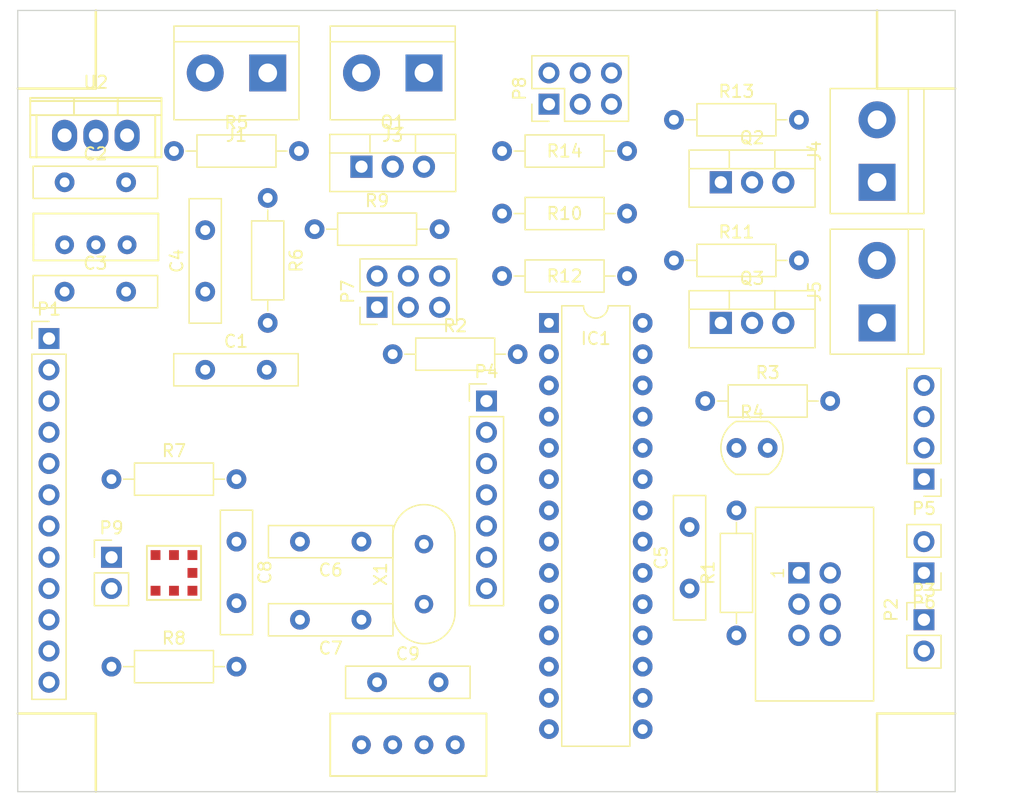
<source format=kicad_pcb>
(kicad_pcb (version 4) (host pcbnew 4.0.5)

  (general
    (links 117)
    (no_connects 117)
    (area 136.912857 86.655 220.313811 151.230001)
    (thickness 1.6)
    (drawings 12)
    (tracks 0)
    (zones 0)
    (modules 45)
    (nets 41)
  )

  (page A4)
  (layers
    (0 F.Cu signal)
    (31 B.Cu signal)
    (32 B.Adhes user)
    (33 F.Adhes user)
    (34 B.Paste user)
    (35 F.Paste user)
    (36 B.SilkS user)
    (37 F.SilkS user)
    (38 B.Mask user)
    (39 F.Mask user)
    (40 Dwgs.User user)
    (41 Cmts.User user)
    (42 Eco1.User user)
    (43 Eco2.User user)
    (44 Edge.Cuts user)
    (45 Margin user)
    (46 B.CrtYd user)
    (47 F.CrtYd user)
    (48 B.Fab user)
    (49 F.Fab user)
  )

  (setup
    (last_trace_width 0.25)
    (trace_clearance 0.2)
    (zone_clearance 0.508)
    (zone_45_only no)
    (trace_min 0.1)
    (segment_width 0.2)
    (edge_width 0.1)
    (via_size 0.6)
    (via_drill 0.4)
    (via_min_size 0.4)
    (via_min_drill 0.3)
    (uvia_size 0.3)
    (uvia_drill 0.1)
    (uvias_allowed no)
    (uvia_min_size 0.2)
    (uvia_min_drill 0.1)
    (pcb_text_width 0.3)
    (pcb_text_size 1.5 1.5)
    (mod_edge_width 0.15)
    (mod_text_size 1 1)
    (mod_text_width 0.15)
    (pad_size 1.5 1.5)
    (pad_drill 0.6)
    (pad_to_mask_clearance 0)
    (aux_axis_origin 0 0)
    (visible_elements 7FFFFFFF)
    (pcbplotparams
      (layerselection 0x00030_80000001)
      (usegerberextensions false)
      (excludeedgelayer true)
      (linewidth 0.100000)
      (plotframeref false)
      (viasonmask false)
      (mode 1)
      (useauxorigin false)
      (hpglpennumber 1)
      (hpglpenspeed 20)
      (hpglpendiameter 15)
      (hpglpenoverlay 2)
      (psnegative false)
      (psa4output false)
      (plotreference true)
      (plotvalue true)
      (plotinvisibletext false)
      (padsonsilk false)
      (subtractmaskfromsilk false)
      (outputformat 1)
      (mirror false)
      (drillshape 1)
      (scaleselection 1)
      (outputdirectory ""))
  )

  (net 0 "")
  (net 1 +6V)
  (net 2 GND)
  (net 3 +3V3)
  (net 4 +5V)
  (net 5 "Net-(C6-Pad1)")
  (net 6 "Net-(C7-Pad1)")
  (net 7 "Net-(IC1-Pad1)")
  (net 8 "Net-(IC1-Pad15)")
  (net 9 "Net-(IC1-Pad2)")
  (net 10 "Net-(IC1-Pad16)")
  (net 11 "/Pyro Channels/Cont_Check1")
  (net 12 "Net-(IC1-Pad17)")
  (net 13 "/Pyro Channels/Cont_Check2")
  (net 14 "Net-(IC1-Pad18)")
  (net 15 "/Pyro Channels/Cont_Check3")
  (net 16 "Net-(IC1-Pad19)")
  (net 17 "/Pyro Channels/Pyro1")
  (net 18 "Net-(IC1-Pad21)")
  (net 19 "Net-(IC1-Pad23)")
  (net 20 "Net-(IC1-Pad24)")
  (net 21 "/Pyro Channels/Pyro2")
  (net 22 "Net-(IC1-Pad25)")
  (net 23 "/Pyro Channels/Pyro3")
  (net 24 "Net-(IC1-Pad26)")
  (net 25 "Net-(IC1-Pad13)")
  (net 26 "/Altimeter I2C/SDA")
  (net 27 "Net-(IC1-Pad14)")
  (net 28 "/Altimeter I2C/SCL")
  (net 29 "Net-(J3-Pad2)")
  (net 30 "Net-(J4-Pad2)")
  (net 31 "Net-(J5-Pad2)")
  (net 32 "Net-(P7-Pad2)")
  (net 33 "Net-(P7-Pad4)")
  (net 34 "Net-(P7-Pad6)")
  (net 35 "Net-(P8-Pad2)")
  (net 36 "Net-(P8-Pad4)")
  (net 37 "Net-(P8-Pad6)")
  (net 38 "Net-(U3-Pad3)")
  (net 39 "Net-(U4-Pad3)")
  (net 40 "Net-(U4-Pad7)")

  (net_class Default "This is the default net class."
    (clearance 0.2)
    (trace_width 0.25)
    (via_dia 0.6)
    (via_drill 0.4)
    (uvia_dia 0.3)
    (uvia_drill 0.1)
    (add_net +3V3)
    (add_net +5V)
    (add_net "/Altimeter I2C/SCL")
    (add_net "/Altimeter I2C/SDA")
    (add_net "/Pyro Channels/Cont_Check1")
    (add_net "/Pyro Channels/Cont_Check2")
    (add_net "/Pyro Channels/Cont_Check3")
    (add_net "/Pyro Channels/Pyro1")
    (add_net "/Pyro Channels/Pyro2")
    (add_net "/Pyro Channels/Pyro3")
    (add_net GND)
    (add_net "Net-(C6-Pad1)")
    (add_net "Net-(C7-Pad1)")
    (add_net "Net-(IC1-Pad1)")
    (add_net "Net-(IC1-Pad13)")
    (add_net "Net-(IC1-Pad14)")
    (add_net "Net-(IC1-Pad15)")
    (add_net "Net-(IC1-Pad16)")
    (add_net "Net-(IC1-Pad17)")
    (add_net "Net-(IC1-Pad18)")
    (add_net "Net-(IC1-Pad19)")
    (add_net "Net-(IC1-Pad2)")
    (add_net "Net-(IC1-Pad21)")
    (add_net "Net-(IC1-Pad23)")
    (add_net "Net-(IC1-Pad24)")
    (add_net "Net-(IC1-Pad25)")
    (add_net "Net-(IC1-Pad26)")
    (add_net "Net-(J3-Pad2)")
    (add_net "Net-(J4-Pad2)")
    (add_net "Net-(J5-Pad2)")
    (add_net "Net-(P7-Pad2)")
    (add_net "Net-(P7-Pad4)")
    (add_net "Net-(P7-Pad6)")
    (add_net "Net-(P8-Pad2)")
    (add_net "Net-(P8-Pad4)")
    (add_net "Net-(P8-Pad6)")
    (add_net "Net-(U3-Pad3)")
    (add_net "Net-(U4-Pad3)")
    (add_net "Net-(U4-Pad7)")
  )

  (net_class "6V Power" ""
    (clearance 0.2)
    (trace_width 0.8)
    (via_dia 0.6)
    (via_drill 0.4)
    (uvia_dia 0.3)
    (uvia_drill 0.1)
    (add_net +6V)
  )

  (module Capacitors_THT:C_Disc_D10.0mm_W2.5mm_P5.00mm (layer F.Cu) (tedit 58765D06) (tstamp 58BB3B05)
    (at 153.67 116.84)
    (descr "C, Disc series, Radial, pin pitch=5.00mm, , diameter*width=10*2.5mm^2, Capacitor, http://cdn-reichelt.de/documents/datenblatt/B300/DS_KERKO_TC.pdf")
    (tags "C Disc series Radial pin pitch 5.00mm  diameter 10mm width 2.5mm Capacitor")
    (path /58A0C926)
    (fp_text reference C1 (at 2.5 -2.31) (layer F.SilkS)
      (effects (font (size 1 1) (thickness 0.15)))
    )
    (fp_text value "10 uF" (at 2.5 2.31) (layer F.Fab)
      (effects (font (size 1 1) (thickness 0.15)))
    )
    (fp_line (start -2.5 -1.25) (end -2.5 1.25) (layer F.Fab) (width 0.1))
    (fp_line (start -2.5 1.25) (end 7.5 1.25) (layer F.Fab) (width 0.1))
    (fp_line (start 7.5 1.25) (end 7.5 -1.25) (layer F.Fab) (width 0.1))
    (fp_line (start 7.5 -1.25) (end -2.5 -1.25) (layer F.Fab) (width 0.1))
    (fp_line (start -2.56 -1.31) (end 7.56 -1.31) (layer F.SilkS) (width 0.12))
    (fp_line (start -2.56 1.31) (end 7.56 1.31) (layer F.SilkS) (width 0.12))
    (fp_line (start -2.56 -1.31) (end -2.56 1.31) (layer F.SilkS) (width 0.12))
    (fp_line (start 7.56 -1.31) (end 7.56 1.31) (layer F.SilkS) (width 0.12))
    (fp_line (start -2.85 -1.6) (end -2.85 1.6) (layer F.CrtYd) (width 0.05))
    (fp_line (start -2.85 1.6) (end 7.85 1.6) (layer F.CrtYd) (width 0.05))
    (fp_line (start 7.85 1.6) (end 7.85 -1.6) (layer F.CrtYd) (width 0.05))
    (fp_line (start 7.85 -1.6) (end -2.85 -1.6) (layer F.CrtYd) (width 0.05))
    (pad 1 thru_hole circle (at 0 0) (size 1.6 1.6) (drill 0.8) (layers *.Cu *.Mask)
      (net 1 +6V))
    (pad 2 thru_hole circle (at 5 0) (size 1.6 1.6) (drill 0.8) (layers *.Cu *.Mask)
      (net 2 GND))
    (model Capacitors_THT.3dshapes/C_Disc_D10.0mm_W2.5mm_P5.00mm.wrl
      (at (xyz 0 0 0))
      (scale (xyz 0.393701 0.393701 0.393701))
      (rotate (xyz 0 0 0))
    )
  )

  (module Capacitors_THT:C_Disc_D10.0mm_W2.5mm_P5.00mm (layer F.Cu) (tedit 58765D06) (tstamp 58BB3B0B)
    (at 142.24 101.6)
    (descr "C, Disc series, Radial, pin pitch=5.00mm, , diameter*width=10*2.5mm^2, Capacitor, http://cdn-reichelt.de/documents/datenblatt/B300/DS_KERKO_TC.pdf")
    (tags "C Disc series Radial pin pitch 5.00mm  diameter 10mm width 2.5mm Capacitor")
    (path /58A0C935)
    (fp_text reference C2 (at 2.5 -2.31) (layer F.SilkS)
      (effects (font (size 1 1) (thickness 0.15)))
    )
    (fp_text value "10 uF" (at 2.5 2.31) (layer F.Fab)
      (effects (font (size 1 1) (thickness 0.15)))
    )
    (fp_line (start -2.5 -1.25) (end -2.5 1.25) (layer F.Fab) (width 0.1))
    (fp_line (start -2.5 1.25) (end 7.5 1.25) (layer F.Fab) (width 0.1))
    (fp_line (start 7.5 1.25) (end 7.5 -1.25) (layer F.Fab) (width 0.1))
    (fp_line (start 7.5 -1.25) (end -2.5 -1.25) (layer F.Fab) (width 0.1))
    (fp_line (start -2.56 -1.31) (end 7.56 -1.31) (layer F.SilkS) (width 0.12))
    (fp_line (start -2.56 1.31) (end 7.56 1.31) (layer F.SilkS) (width 0.12))
    (fp_line (start -2.56 -1.31) (end -2.56 1.31) (layer F.SilkS) (width 0.12))
    (fp_line (start 7.56 -1.31) (end 7.56 1.31) (layer F.SilkS) (width 0.12))
    (fp_line (start -2.85 -1.6) (end -2.85 1.6) (layer F.CrtYd) (width 0.05))
    (fp_line (start -2.85 1.6) (end 7.85 1.6) (layer F.CrtYd) (width 0.05))
    (fp_line (start 7.85 1.6) (end 7.85 -1.6) (layer F.CrtYd) (width 0.05))
    (fp_line (start 7.85 -1.6) (end -2.85 -1.6) (layer F.CrtYd) (width 0.05))
    (pad 1 thru_hole circle (at 0 0) (size 1.6 1.6) (drill 0.8) (layers *.Cu *.Mask)
      (net 1 +6V))
    (pad 2 thru_hole circle (at 5 0) (size 1.6 1.6) (drill 0.8) (layers *.Cu *.Mask)
      (net 2 GND))
    (model Capacitors_THT.3dshapes/C_Disc_D10.0mm_W2.5mm_P5.00mm.wrl
      (at (xyz 0 0 0))
      (scale (xyz 0.393701 0.393701 0.393701))
      (rotate (xyz 0 0 0))
    )
  )

  (module Capacitors_THT:C_Disc_D10.0mm_W2.5mm_P5.00mm (layer F.Cu) (tedit 58765D06) (tstamp 58BB3B11)
    (at 142.24 110.49)
    (descr "C, Disc series, Radial, pin pitch=5.00mm, , diameter*width=10*2.5mm^2, Capacitor, http://cdn-reichelt.de/documents/datenblatt/B300/DS_KERKO_TC.pdf")
    (tags "C Disc series Radial pin pitch 5.00mm  diameter 10mm width 2.5mm Capacitor")
    (path /58A0CA41)
    (fp_text reference C3 (at 2.5 -2.31) (layer F.SilkS)
      (effects (font (size 1 1) (thickness 0.15)))
    )
    (fp_text value "10 uF" (at 2.5 2.31) (layer F.Fab)
      (effects (font (size 1 1) (thickness 0.15)))
    )
    (fp_line (start -2.5 -1.25) (end -2.5 1.25) (layer F.Fab) (width 0.1))
    (fp_line (start -2.5 1.25) (end 7.5 1.25) (layer F.Fab) (width 0.1))
    (fp_line (start 7.5 1.25) (end 7.5 -1.25) (layer F.Fab) (width 0.1))
    (fp_line (start 7.5 -1.25) (end -2.5 -1.25) (layer F.Fab) (width 0.1))
    (fp_line (start -2.56 -1.31) (end 7.56 -1.31) (layer F.SilkS) (width 0.12))
    (fp_line (start -2.56 1.31) (end 7.56 1.31) (layer F.SilkS) (width 0.12))
    (fp_line (start -2.56 -1.31) (end -2.56 1.31) (layer F.SilkS) (width 0.12))
    (fp_line (start 7.56 -1.31) (end 7.56 1.31) (layer F.SilkS) (width 0.12))
    (fp_line (start -2.85 -1.6) (end -2.85 1.6) (layer F.CrtYd) (width 0.05))
    (fp_line (start -2.85 1.6) (end 7.85 1.6) (layer F.CrtYd) (width 0.05))
    (fp_line (start 7.85 1.6) (end 7.85 -1.6) (layer F.CrtYd) (width 0.05))
    (fp_line (start 7.85 -1.6) (end -2.85 -1.6) (layer F.CrtYd) (width 0.05))
    (pad 1 thru_hole circle (at 0 0) (size 1.6 1.6) (drill 0.8) (layers *.Cu *.Mask)
      (net 3 +3V3))
    (pad 2 thru_hole circle (at 5 0) (size 1.6 1.6) (drill 0.8) (layers *.Cu *.Mask)
      (net 2 GND))
    (model Capacitors_THT.3dshapes/C_Disc_D10.0mm_W2.5mm_P5.00mm.wrl
      (at (xyz 0 0 0))
      (scale (xyz 0.393701 0.393701 0.393701))
      (rotate (xyz 0 0 0))
    )
  )

  (module Capacitors_THT:C_Disc_D10.0mm_W2.5mm_P5.00mm (layer F.Cu) (tedit 58765D06) (tstamp 58BB3B17)
    (at 153.67 110.49 90)
    (descr "C, Disc series, Radial, pin pitch=5.00mm, , diameter*width=10*2.5mm^2, Capacitor, http://cdn-reichelt.de/documents/datenblatt/B300/DS_KERKO_TC.pdf")
    (tags "C Disc series Radial pin pitch 5.00mm  diameter 10mm width 2.5mm Capacitor")
    (path /58A0CA50)
    (fp_text reference C4 (at 2.5 -2.31 90) (layer F.SilkS)
      (effects (font (size 1 1) (thickness 0.15)))
    )
    (fp_text value "10 uF" (at 2.5 2.31 90) (layer F.Fab)
      (effects (font (size 1 1) (thickness 0.15)))
    )
    (fp_line (start -2.5 -1.25) (end -2.5 1.25) (layer F.Fab) (width 0.1))
    (fp_line (start -2.5 1.25) (end 7.5 1.25) (layer F.Fab) (width 0.1))
    (fp_line (start 7.5 1.25) (end 7.5 -1.25) (layer F.Fab) (width 0.1))
    (fp_line (start 7.5 -1.25) (end -2.5 -1.25) (layer F.Fab) (width 0.1))
    (fp_line (start -2.56 -1.31) (end 7.56 -1.31) (layer F.SilkS) (width 0.12))
    (fp_line (start -2.56 1.31) (end 7.56 1.31) (layer F.SilkS) (width 0.12))
    (fp_line (start -2.56 -1.31) (end -2.56 1.31) (layer F.SilkS) (width 0.12))
    (fp_line (start 7.56 -1.31) (end 7.56 1.31) (layer F.SilkS) (width 0.12))
    (fp_line (start -2.85 -1.6) (end -2.85 1.6) (layer F.CrtYd) (width 0.05))
    (fp_line (start -2.85 1.6) (end 7.85 1.6) (layer F.CrtYd) (width 0.05))
    (fp_line (start 7.85 1.6) (end 7.85 -1.6) (layer F.CrtYd) (width 0.05))
    (fp_line (start 7.85 -1.6) (end -2.85 -1.6) (layer F.CrtYd) (width 0.05))
    (pad 1 thru_hole circle (at 0 0 90) (size 1.6 1.6) (drill 0.8) (layers *.Cu *.Mask)
      (net 4 +5V))
    (pad 2 thru_hole circle (at 5 0 90) (size 1.6 1.6) (drill 0.8) (layers *.Cu *.Mask)
      (net 2 GND))
    (model Capacitors_THT.3dshapes/C_Disc_D10.0mm_W2.5mm_P5.00mm.wrl
      (at (xyz 0 0 0))
      (scale (xyz 0.393701 0.393701 0.393701))
      (rotate (xyz 0 0 0))
    )
  )

  (module Capacitors_THT:C_Disc_D10.0mm_W2.5mm_P5.00mm (layer F.Cu) (tedit 58765D06) (tstamp 58BB3B1D)
    (at 193.04 134.62 90)
    (descr "C, Disc series, Radial, pin pitch=5.00mm, , diameter*width=10*2.5mm^2, Capacitor, http://cdn-reichelt.de/documents/datenblatt/B300/DS_KERKO_TC.pdf")
    (tags "C Disc series Radial pin pitch 5.00mm  diameter 10mm width 2.5mm Capacitor")
    (path /58A0D2EF)
    (fp_text reference C5 (at 2.5 -2.31 90) (layer F.SilkS)
      (effects (font (size 1 1) (thickness 0.15)))
    )
    (fp_text value "100 nF" (at 2.5 2.31 90) (layer F.Fab)
      (effects (font (size 1 1) (thickness 0.15)))
    )
    (fp_line (start -2.5 -1.25) (end -2.5 1.25) (layer F.Fab) (width 0.1))
    (fp_line (start -2.5 1.25) (end 7.5 1.25) (layer F.Fab) (width 0.1))
    (fp_line (start 7.5 1.25) (end 7.5 -1.25) (layer F.Fab) (width 0.1))
    (fp_line (start 7.5 -1.25) (end -2.5 -1.25) (layer F.Fab) (width 0.1))
    (fp_line (start -2.56 -1.31) (end 7.56 -1.31) (layer F.SilkS) (width 0.12))
    (fp_line (start -2.56 1.31) (end 7.56 1.31) (layer F.SilkS) (width 0.12))
    (fp_line (start -2.56 -1.31) (end -2.56 1.31) (layer F.SilkS) (width 0.12))
    (fp_line (start 7.56 -1.31) (end 7.56 1.31) (layer F.SilkS) (width 0.12))
    (fp_line (start -2.85 -1.6) (end -2.85 1.6) (layer F.CrtYd) (width 0.05))
    (fp_line (start -2.85 1.6) (end 7.85 1.6) (layer F.CrtYd) (width 0.05))
    (fp_line (start 7.85 1.6) (end 7.85 -1.6) (layer F.CrtYd) (width 0.05))
    (fp_line (start 7.85 -1.6) (end -2.85 -1.6) (layer F.CrtYd) (width 0.05))
    (pad 1 thru_hole circle (at 0 0 90) (size 1.6 1.6) (drill 0.8) (layers *.Cu *.Mask)
      (net 4 +5V))
    (pad 2 thru_hole circle (at 5 0 90) (size 1.6 1.6) (drill 0.8) (layers *.Cu *.Mask)
      (net 2 GND))
    (model Capacitors_THT.3dshapes/C_Disc_D10.0mm_W2.5mm_P5.00mm.wrl
      (at (xyz 0 0 0))
      (scale (xyz 0.393701 0.393701 0.393701))
      (rotate (xyz 0 0 0))
    )
  )

  (module Capacitors_THT:C_Disc_D10.0mm_W2.5mm_P5.00mm (layer F.Cu) (tedit 58765D06) (tstamp 58BB3B23)
    (at 166.37 130.81 180)
    (descr "C, Disc series, Radial, pin pitch=5.00mm, , diameter*width=10*2.5mm^2, Capacitor, http://cdn-reichelt.de/documents/datenblatt/B300/DS_KERKO_TC.pdf")
    (tags "C Disc series Radial pin pitch 5.00mm  diameter 10mm width 2.5mm Capacitor")
    (path /58A9D994)
    (fp_text reference C6 (at 2.5 -2.31 180) (layer F.SilkS)
      (effects (font (size 1 1) (thickness 0.15)))
    )
    (fp_text value "22 pF" (at 2.5 2.31 180) (layer F.Fab)
      (effects (font (size 1 1) (thickness 0.15)))
    )
    (fp_line (start -2.5 -1.25) (end -2.5 1.25) (layer F.Fab) (width 0.1))
    (fp_line (start -2.5 1.25) (end 7.5 1.25) (layer F.Fab) (width 0.1))
    (fp_line (start 7.5 1.25) (end 7.5 -1.25) (layer F.Fab) (width 0.1))
    (fp_line (start 7.5 -1.25) (end -2.5 -1.25) (layer F.Fab) (width 0.1))
    (fp_line (start -2.56 -1.31) (end 7.56 -1.31) (layer F.SilkS) (width 0.12))
    (fp_line (start -2.56 1.31) (end 7.56 1.31) (layer F.SilkS) (width 0.12))
    (fp_line (start -2.56 -1.31) (end -2.56 1.31) (layer F.SilkS) (width 0.12))
    (fp_line (start 7.56 -1.31) (end 7.56 1.31) (layer F.SilkS) (width 0.12))
    (fp_line (start -2.85 -1.6) (end -2.85 1.6) (layer F.CrtYd) (width 0.05))
    (fp_line (start -2.85 1.6) (end 7.85 1.6) (layer F.CrtYd) (width 0.05))
    (fp_line (start 7.85 1.6) (end 7.85 -1.6) (layer F.CrtYd) (width 0.05))
    (fp_line (start 7.85 -1.6) (end -2.85 -1.6) (layer F.CrtYd) (width 0.05))
    (pad 1 thru_hole circle (at 0 0 180) (size 1.6 1.6) (drill 0.8) (layers *.Cu *.Mask)
      (net 5 "Net-(C6-Pad1)"))
    (pad 2 thru_hole circle (at 5 0 180) (size 1.6 1.6) (drill 0.8) (layers *.Cu *.Mask)
      (net 2 GND))
    (model Capacitors_THT.3dshapes/C_Disc_D10.0mm_W2.5mm_P5.00mm.wrl
      (at (xyz 0 0 0))
      (scale (xyz 0.393701 0.393701 0.393701))
      (rotate (xyz 0 0 0))
    )
  )

  (module Capacitors_THT:C_Disc_D10.0mm_W2.5mm_P5.00mm (layer F.Cu) (tedit 58765D06) (tstamp 58BB3B29)
    (at 166.37 137.16 180)
    (descr "C, Disc series, Radial, pin pitch=5.00mm, , diameter*width=10*2.5mm^2, Capacitor, http://cdn-reichelt.de/documents/datenblatt/B300/DS_KERKO_TC.pdf")
    (tags "C Disc series Radial pin pitch 5.00mm  diameter 10mm width 2.5mm Capacitor")
    (path /58A9D9A3)
    (fp_text reference C7 (at 2.5 -2.31 180) (layer F.SilkS)
      (effects (font (size 1 1) (thickness 0.15)))
    )
    (fp_text value "22 pF" (at 2.5 2.31 180) (layer F.Fab)
      (effects (font (size 1 1) (thickness 0.15)))
    )
    (fp_line (start -2.5 -1.25) (end -2.5 1.25) (layer F.Fab) (width 0.1))
    (fp_line (start -2.5 1.25) (end 7.5 1.25) (layer F.Fab) (width 0.1))
    (fp_line (start 7.5 1.25) (end 7.5 -1.25) (layer F.Fab) (width 0.1))
    (fp_line (start 7.5 -1.25) (end -2.5 -1.25) (layer F.Fab) (width 0.1))
    (fp_line (start -2.56 -1.31) (end 7.56 -1.31) (layer F.SilkS) (width 0.12))
    (fp_line (start -2.56 1.31) (end 7.56 1.31) (layer F.SilkS) (width 0.12))
    (fp_line (start -2.56 -1.31) (end -2.56 1.31) (layer F.SilkS) (width 0.12))
    (fp_line (start 7.56 -1.31) (end 7.56 1.31) (layer F.SilkS) (width 0.12))
    (fp_line (start -2.85 -1.6) (end -2.85 1.6) (layer F.CrtYd) (width 0.05))
    (fp_line (start -2.85 1.6) (end 7.85 1.6) (layer F.CrtYd) (width 0.05))
    (fp_line (start 7.85 1.6) (end 7.85 -1.6) (layer F.CrtYd) (width 0.05))
    (fp_line (start 7.85 -1.6) (end -2.85 -1.6) (layer F.CrtYd) (width 0.05))
    (pad 1 thru_hole circle (at 0 0 180) (size 1.6 1.6) (drill 0.8) (layers *.Cu *.Mask)
      (net 6 "Net-(C7-Pad1)"))
    (pad 2 thru_hole circle (at 5 0 180) (size 1.6 1.6) (drill 0.8) (layers *.Cu *.Mask)
      (net 2 GND))
    (model Capacitors_THT.3dshapes/C_Disc_D10.0mm_W2.5mm_P5.00mm.wrl
      (at (xyz 0 0 0))
      (scale (xyz 0.393701 0.393701 0.393701))
      (rotate (xyz 0 0 0))
    )
  )

  (module Capacitors_THT:C_Disc_D10.0mm_W2.5mm_P5.00mm (layer F.Cu) (tedit 58765D06) (tstamp 58BB3B2F)
    (at 156.21 130.81 270)
    (descr "C, Disc series, Radial, pin pitch=5.00mm, , diameter*width=10*2.5mm^2, Capacitor, http://cdn-reichelt.de/documents/datenblatt/B300/DS_KERKO_TC.pdf")
    (tags "C Disc series Radial pin pitch 5.00mm  diameter 10mm width 2.5mm Capacitor")
    (path /58B62264/58B626FB)
    (fp_text reference C8 (at 2.5 -2.31 270) (layer F.SilkS)
      (effects (font (size 1 1) (thickness 0.15)))
    )
    (fp_text value 100nF (at 2.5 2.31 270) (layer F.Fab)
      (effects (font (size 1 1) (thickness 0.15)))
    )
    (fp_line (start -2.5 -1.25) (end -2.5 1.25) (layer F.Fab) (width 0.1))
    (fp_line (start -2.5 1.25) (end 7.5 1.25) (layer F.Fab) (width 0.1))
    (fp_line (start 7.5 1.25) (end 7.5 -1.25) (layer F.Fab) (width 0.1))
    (fp_line (start 7.5 -1.25) (end -2.5 -1.25) (layer F.Fab) (width 0.1))
    (fp_line (start -2.56 -1.31) (end 7.56 -1.31) (layer F.SilkS) (width 0.12))
    (fp_line (start -2.56 1.31) (end 7.56 1.31) (layer F.SilkS) (width 0.12))
    (fp_line (start -2.56 -1.31) (end -2.56 1.31) (layer F.SilkS) (width 0.12))
    (fp_line (start 7.56 -1.31) (end 7.56 1.31) (layer F.SilkS) (width 0.12))
    (fp_line (start -2.85 -1.6) (end -2.85 1.6) (layer F.CrtYd) (width 0.05))
    (fp_line (start -2.85 1.6) (end 7.85 1.6) (layer F.CrtYd) (width 0.05))
    (fp_line (start 7.85 1.6) (end 7.85 -1.6) (layer F.CrtYd) (width 0.05))
    (fp_line (start 7.85 -1.6) (end -2.85 -1.6) (layer F.CrtYd) (width 0.05))
    (pad 1 thru_hole circle (at 0 0 270) (size 1.6 1.6) (drill 0.8) (layers *.Cu *.Mask)
      (net 3 +3V3))
    (pad 2 thru_hole circle (at 5 0 270) (size 1.6 1.6) (drill 0.8) (layers *.Cu *.Mask)
      (net 2 GND))
    (model Capacitors_THT.3dshapes/C_Disc_D10.0mm_W2.5mm_P5.00mm.wrl
      (at (xyz 0 0 0))
      (scale (xyz 0.393701 0.393701 0.393701))
      (rotate (xyz 0 0 0))
    )
  )

  (module Capacitors_THT:C_Disc_D10.0mm_W2.5mm_P5.00mm (layer F.Cu) (tedit 58765D06) (tstamp 58BB3B35)
    (at 167.64 142.24)
    (descr "C, Disc series, Radial, pin pitch=5.00mm, , diameter*width=10*2.5mm^2, Capacitor, http://cdn-reichelt.de/documents/datenblatt/B300/DS_KERKO_TC.pdf")
    (tags "C Disc series Radial pin pitch 5.00mm  diameter 10mm width 2.5mm Capacitor")
    (path /58B51FA3)
    (fp_text reference C9 (at 2.5 -2.31) (layer F.SilkS)
      (effects (font (size 1 1) (thickness 0.15)))
    )
    (fp_text value 100nF (at 2.5 2.31) (layer F.Fab)
      (effects (font (size 1 1) (thickness 0.15)))
    )
    (fp_line (start -2.5 -1.25) (end -2.5 1.25) (layer F.Fab) (width 0.1))
    (fp_line (start -2.5 1.25) (end 7.5 1.25) (layer F.Fab) (width 0.1))
    (fp_line (start 7.5 1.25) (end 7.5 -1.25) (layer F.Fab) (width 0.1))
    (fp_line (start 7.5 -1.25) (end -2.5 -1.25) (layer F.Fab) (width 0.1))
    (fp_line (start -2.56 -1.31) (end 7.56 -1.31) (layer F.SilkS) (width 0.12))
    (fp_line (start -2.56 1.31) (end 7.56 1.31) (layer F.SilkS) (width 0.12))
    (fp_line (start -2.56 -1.31) (end -2.56 1.31) (layer F.SilkS) (width 0.12))
    (fp_line (start 7.56 -1.31) (end 7.56 1.31) (layer F.SilkS) (width 0.12))
    (fp_line (start -2.85 -1.6) (end -2.85 1.6) (layer F.CrtYd) (width 0.05))
    (fp_line (start -2.85 1.6) (end 7.85 1.6) (layer F.CrtYd) (width 0.05))
    (fp_line (start 7.85 1.6) (end 7.85 -1.6) (layer F.CrtYd) (width 0.05))
    (fp_line (start 7.85 -1.6) (end -2.85 -1.6) (layer F.CrtYd) (width 0.05))
    (pad 1 thru_hole circle (at 0 0) (size 1.6 1.6) (drill 0.8) (layers *.Cu *.Mask)
      (net 3 +3V3))
    (pad 2 thru_hole circle (at 5 0) (size 1.6 1.6) (drill 0.8) (layers *.Cu *.Mask)
      (net 2 GND))
    (model Capacitors_THT.3dshapes/C_Disc_D10.0mm_W2.5mm_P5.00mm.wrl
      (at (xyz 0 0 0))
      (scale (xyz 0.393701 0.393701 0.393701))
      (rotate (xyz 0 0 0))
    )
  )

  (module Housings_DIP:DIP-28_W7.62mm (layer F.Cu) (tedit 58BC5215) (tstamp 58BB3B55)
    (at 181.61 113.03)
    (descr "28-lead dip package, row spacing 7.62 mm (300 mils)")
    (tags "DIL DIP PDIP 2.54mm 7.62mm 300mil")
    (path /58A0CE3C)
    (fp_text reference IC1 (at 3.81 1.27) (layer F.SilkS)
      (effects (font (size 1 1) (thickness 0.15)))
    )
    (fp_text value ATMEGA328-P (at 3.81 35.41) (layer F.Fab)
      (effects (font (size 1 1) (thickness 0.15)))
    )
    (fp_arc (start 3.81 -1.39) (end 2.81 -1.39) (angle -180) (layer F.SilkS) (width 0.12))
    (fp_line (start 1.635 -1.27) (end 6.985 -1.27) (layer F.Fab) (width 0.1))
    (fp_line (start 6.985 -1.27) (end 6.985 34.29) (layer F.Fab) (width 0.1))
    (fp_line (start 6.985 34.29) (end 0.635 34.29) (layer F.Fab) (width 0.1))
    (fp_line (start 0.635 34.29) (end 0.635 -0.27) (layer F.Fab) (width 0.1))
    (fp_line (start 0.635 -0.27) (end 1.635 -1.27) (layer F.Fab) (width 0.1))
    (fp_line (start 2.81 -1.39) (end 1.04 -1.39) (layer F.SilkS) (width 0.12))
    (fp_line (start 1.04 -1.39) (end 1.04 34.41) (layer F.SilkS) (width 0.12))
    (fp_line (start 1.04 34.41) (end 6.58 34.41) (layer F.SilkS) (width 0.12))
    (fp_line (start 6.58 34.41) (end 6.58 -1.39) (layer F.SilkS) (width 0.12))
    (fp_line (start 6.58 -1.39) (end 4.81 -1.39) (layer F.SilkS) (width 0.12))
    (fp_line (start -1.1 -1.6) (end -1.1 34.6) (layer F.CrtYd) (width 0.05))
    (fp_line (start -1.1 34.6) (end 8.7 34.6) (layer F.CrtYd) (width 0.05))
    (fp_line (start 8.7 34.6) (end 8.7 -1.6) (layer F.CrtYd) (width 0.05))
    (fp_line (start 8.7 -1.6) (end -1.1 -1.6) (layer F.CrtYd) (width 0.05))
    (pad 1 thru_hole rect (at 0 0) (size 1.6 1.6) (drill 0.8) (layers *.Cu *.Mask)
      (net 7 "Net-(IC1-Pad1)"))
    (pad 15 thru_hole oval (at 7.62 33.02) (size 1.6 1.6) (drill 0.8) (layers *.Cu *.Mask)
      (net 8 "Net-(IC1-Pad15)"))
    (pad 2 thru_hole oval (at 0 2.54) (size 1.6 1.6) (drill 0.8) (layers *.Cu *.Mask)
      (net 9 "Net-(IC1-Pad2)"))
    (pad 16 thru_hole oval (at 7.62 30.48) (size 1.6 1.6) (drill 0.8) (layers *.Cu *.Mask)
      (net 10 "Net-(IC1-Pad16)"))
    (pad 3 thru_hole oval (at 0 5.08) (size 1.6 1.6) (drill 0.8) (layers *.Cu *.Mask)
      (net 11 "/Pyro Channels/Cont_Check1"))
    (pad 17 thru_hole oval (at 7.62 27.94) (size 1.6 1.6) (drill 0.8) (layers *.Cu *.Mask)
      (net 12 "Net-(IC1-Pad17)"))
    (pad 4 thru_hole oval (at 0 7.62) (size 1.6 1.6) (drill 0.8) (layers *.Cu *.Mask)
      (net 13 "/Pyro Channels/Cont_Check2"))
    (pad 18 thru_hole oval (at 7.62 25.4) (size 1.6 1.6) (drill 0.8) (layers *.Cu *.Mask)
      (net 14 "Net-(IC1-Pad18)"))
    (pad 5 thru_hole oval (at 0 10.16) (size 1.6 1.6) (drill 0.8) (layers *.Cu *.Mask)
      (net 15 "/Pyro Channels/Cont_Check3"))
    (pad 19 thru_hole oval (at 7.62 22.86) (size 1.6 1.6) (drill 0.8) (layers *.Cu *.Mask)
      (net 16 "Net-(IC1-Pad19)"))
    (pad 6 thru_hole oval (at 0 12.7) (size 1.6 1.6) (drill 0.8) (layers *.Cu *.Mask)
      (net 17 "/Pyro Channels/Pyro1"))
    (pad 20 thru_hole oval (at 7.62 20.32) (size 1.6 1.6) (drill 0.8) (layers *.Cu *.Mask)
      (net 4 +5V))
    (pad 7 thru_hole oval (at 0 15.24) (size 1.6 1.6) (drill 0.8) (layers *.Cu *.Mask)
      (net 4 +5V))
    (pad 21 thru_hole oval (at 7.62 17.78) (size 1.6 1.6) (drill 0.8) (layers *.Cu *.Mask)
      (net 18 "Net-(IC1-Pad21)"))
    (pad 8 thru_hole oval (at 0 17.78) (size 1.6 1.6) (drill 0.8) (layers *.Cu *.Mask)
      (net 2 GND))
    (pad 22 thru_hole oval (at 7.62 15.24) (size 1.6 1.6) (drill 0.8) (layers *.Cu *.Mask)
      (net 2 GND))
    (pad 9 thru_hole oval (at 0 20.32) (size 1.6 1.6) (drill 0.8) (layers *.Cu *.Mask)
      (net 5 "Net-(C6-Pad1)"))
    (pad 23 thru_hole oval (at 7.62 12.7) (size 1.6 1.6) (drill 0.8) (layers *.Cu *.Mask)
      (net 19 "Net-(IC1-Pad23)"))
    (pad 10 thru_hole oval (at 0 22.86) (size 1.6 1.6) (drill 0.8) (layers *.Cu *.Mask)
      (net 6 "Net-(C7-Pad1)"))
    (pad 24 thru_hole oval (at 7.62 10.16) (size 1.6 1.6) (drill 0.8) (layers *.Cu *.Mask)
      (net 20 "Net-(IC1-Pad24)"))
    (pad 11 thru_hole oval (at 0 25.4) (size 1.6 1.6) (drill 0.8) (layers *.Cu *.Mask)
      (net 21 "/Pyro Channels/Pyro2"))
    (pad 25 thru_hole oval (at 7.62 7.62) (size 1.6 1.6) (drill 0.8) (layers *.Cu *.Mask)
      (net 22 "Net-(IC1-Pad25)"))
    (pad 12 thru_hole oval (at 0 27.94) (size 1.6 1.6) (drill 0.8) (layers *.Cu *.Mask)
      (net 23 "/Pyro Channels/Pyro3"))
    (pad 26 thru_hole oval (at 7.62 5.08) (size 1.6 1.6) (drill 0.8) (layers *.Cu *.Mask)
      (net 24 "Net-(IC1-Pad26)"))
    (pad 13 thru_hole oval (at 0 30.48) (size 1.6 1.6) (drill 0.8) (layers *.Cu *.Mask)
      (net 25 "Net-(IC1-Pad13)"))
    (pad 27 thru_hole oval (at 7.62 2.54) (size 1.6 1.6) (drill 0.8) (layers *.Cu *.Mask)
      (net 26 "/Altimeter I2C/SDA"))
    (pad 14 thru_hole oval (at 0 33.02) (size 1.6 1.6) (drill 0.8) (layers *.Cu *.Mask)
      (net 27 "Net-(IC1-Pad14)"))
    (pad 28 thru_hole oval (at 7.62 0) (size 1.6 1.6) (drill 0.8) (layers *.Cu *.Mask)
      (net 28 "/Altimeter I2C/SCL"))
    (model Housings_DIP.3dshapes/DIP-28_W7.62mm.wrl
      (at (xyz 0 0 0))
      (scale (xyz 1 1 1))
      (rotate (xyz 0 0 0))
    )
  )

  (module Connectors:bornier2 (layer F.Cu) (tedit 587FD522) (tstamp 58BB3B5B)
    (at 158.75 92.71 180)
    (descr "Bornier d'alimentation 2 pins")
    (tags DEV)
    (path /58B49FB4)
    (fp_text reference J1 (at 2.54 -5.08 180) (layer F.SilkS)
      (effects (font (size 1 1) (thickness 0.15)))
    )
    (fp_text value "Power Connector" (at 2.54 5.08 180) (layer F.Fab)
      (effects (font (size 1 1) (thickness 0.15)))
    )
    (fp_line (start -2.41 2.55) (end 7.49 2.55) (layer F.Fab) (width 0.1))
    (fp_line (start -2.46 -3.75) (end -2.46 3.75) (layer F.Fab) (width 0.1))
    (fp_line (start -2.46 3.75) (end 7.54 3.75) (layer F.Fab) (width 0.1))
    (fp_line (start 7.54 3.75) (end 7.54 -3.75) (layer F.Fab) (width 0.1))
    (fp_line (start 7.54 -3.75) (end -2.46 -3.75) (layer F.Fab) (width 0.1))
    (fp_line (start 7.62 2.54) (end -2.54 2.54) (layer F.SilkS) (width 0.12))
    (fp_line (start 7.62 3.81) (end 7.62 -3.81) (layer F.SilkS) (width 0.12))
    (fp_line (start 7.62 -3.81) (end -2.54 -3.81) (layer F.SilkS) (width 0.12))
    (fp_line (start -2.54 -3.81) (end -2.54 3.81) (layer F.SilkS) (width 0.12))
    (fp_line (start -2.54 3.81) (end 7.62 3.81) (layer F.SilkS) (width 0.12))
    (fp_line (start -2.71 -4) (end 7.79 -4) (layer F.CrtYd) (width 0.05))
    (fp_line (start -2.71 -4) (end -2.71 4) (layer F.CrtYd) (width 0.05))
    (fp_line (start 7.79 4) (end 7.79 -4) (layer F.CrtYd) (width 0.05))
    (fp_line (start 7.79 4) (end -2.71 4) (layer F.CrtYd) (width 0.05))
    (pad 1 thru_hole rect (at 0 0 180) (size 3 3) (drill 1.52) (layers *.Cu *.Mask)
      (net 1 +6V))
    (pad 2 thru_hole circle (at 5.08 0 180) (size 3 3) (drill 1.52) (layers *.Cu *.Mask)
      (net 2 GND))
    (model Connectors.3dshapes/bornier2.wrl
      (at (xyz 0 0 0))
      (scale (xyz 1 1 1))
      (rotate (xyz 0 0 0))
    )
  )

  (module Connectors:bornier2 (layer F.Cu) (tedit 587FD522) (tstamp 58BB3B61)
    (at 171.45 92.71 180)
    (descr "Bornier d'alimentation 2 pins")
    (tags DEV)
    (path /58B4AB85/58B4B43D)
    (fp_text reference J3 (at 2.54 -5.08 180) (layer F.SilkS)
      (effects (font (size 1 1) (thickness 0.15)))
    )
    (fp_text value "Pyro Channel" (at 2.54 5.08 180) (layer F.Fab)
      (effects (font (size 1 1) (thickness 0.15)))
    )
    (fp_line (start -2.41 2.55) (end 7.49 2.55) (layer F.Fab) (width 0.1))
    (fp_line (start -2.46 -3.75) (end -2.46 3.75) (layer F.Fab) (width 0.1))
    (fp_line (start -2.46 3.75) (end 7.54 3.75) (layer F.Fab) (width 0.1))
    (fp_line (start 7.54 3.75) (end 7.54 -3.75) (layer F.Fab) (width 0.1))
    (fp_line (start 7.54 -3.75) (end -2.46 -3.75) (layer F.Fab) (width 0.1))
    (fp_line (start 7.62 2.54) (end -2.54 2.54) (layer F.SilkS) (width 0.12))
    (fp_line (start 7.62 3.81) (end 7.62 -3.81) (layer F.SilkS) (width 0.12))
    (fp_line (start 7.62 -3.81) (end -2.54 -3.81) (layer F.SilkS) (width 0.12))
    (fp_line (start -2.54 -3.81) (end -2.54 3.81) (layer F.SilkS) (width 0.12))
    (fp_line (start -2.54 3.81) (end 7.62 3.81) (layer F.SilkS) (width 0.12))
    (fp_line (start -2.71 -4) (end 7.79 -4) (layer F.CrtYd) (width 0.05))
    (fp_line (start -2.71 -4) (end -2.71 4) (layer F.CrtYd) (width 0.05))
    (fp_line (start 7.79 4) (end 7.79 -4) (layer F.CrtYd) (width 0.05))
    (fp_line (start 7.79 4) (end -2.71 4) (layer F.CrtYd) (width 0.05))
    (pad 1 thru_hole rect (at 0 0 180) (size 3 3) (drill 1.52) (layers *.Cu *.Mask)
      (net 1 +6V))
    (pad 2 thru_hole circle (at 5.08 0 180) (size 3 3) (drill 1.52) (layers *.Cu *.Mask)
      (net 29 "Net-(J3-Pad2)"))
    (model Connectors.3dshapes/bornier2.wrl
      (at (xyz 0 0 0))
      (scale (xyz 1 1 1))
      (rotate (xyz 0 0 0))
    )
  )

  (module Connectors:bornier2 (layer F.Cu) (tedit 587FD522) (tstamp 58BB3B67)
    (at 208.28 101.6 90)
    (descr "Bornier d'alimentation 2 pins")
    (tags DEV)
    (path /58B4AB85/58B4B8E5)
    (fp_text reference J4 (at 2.54 -5.08 90) (layer F.SilkS)
      (effects (font (size 1 1) (thickness 0.15)))
    )
    (fp_text value "Pyro Channel" (at 2.54 5.08 90) (layer F.Fab)
      (effects (font (size 1 1) (thickness 0.15)))
    )
    (fp_line (start -2.41 2.55) (end 7.49 2.55) (layer F.Fab) (width 0.1))
    (fp_line (start -2.46 -3.75) (end -2.46 3.75) (layer F.Fab) (width 0.1))
    (fp_line (start -2.46 3.75) (end 7.54 3.75) (layer F.Fab) (width 0.1))
    (fp_line (start 7.54 3.75) (end 7.54 -3.75) (layer F.Fab) (width 0.1))
    (fp_line (start 7.54 -3.75) (end -2.46 -3.75) (layer F.Fab) (width 0.1))
    (fp_line (start 7.62 2.54) (end -2.54 2.54) (layer F.SilkS) (width 0.12))
    (fp_line (start 7.62 3.81) (end 7.62 -3.81) (layer F.SilkS) (width 0.12))
    (fp_line (start 7.62 -3.81) (end -2.54 -3.81) (layer F.SilkS) (width 0.12))
    (fp_line (start -2.54 -3.81) (end -2.54 3.81) (layer F.SilkS) (width 0.12))
    (fp_line (start -2.54 3.81) (end 7.62 3.81) (layer F.SilkS) (width 0.12))
    (fp_line (start -2.71 -4) (end 7.79 -4) (layer F.CrtYd) (width 0.05))
    (fp_line (start -2.71 -4) (end -2.71 4) (layer F.CrtYd) (width 0.05))
    (fp_line (start 7.79 4) (end 7.79 -4) (layer F.CrtYd) (width 0.05))
    (fp_line (start 7.79 4) (end -2.71 4) (layer F.CrtYd) (width 0.05))
    (pad 1 thru_hole rect (at 0 0 90) (size 3 3) (drill 1.52) (layers *.Cu *.Mask)
      (net 1 +6V))
    (pad 2 thru_hole circle (at 5.08 0 90) (size 3 3) (drill 1.52) (layers *.Cu *.Mask)
      (net 30 "Net-(J4-Pad2)"))
    (model Connectors.3dshapes/bornier2.wrl
      (at (xyz 0 0 0))
      (scale (xyz 1 1 1))
      (rotate (xyz 0 0 0))
    )
  )

  (module Connectors:bornier2 (layer F.Cu) (tedit 587FD522) (tstamp 58BB3B6D)
    (at 208.28 113.03 90)
    (descr "Bornier d'alimentation 2 pins")
    (tags DEV)
    (path /58B4AB85/58B4CD1A)
    (fp_text reference J5 (at 2.54 -5.08 90) (layer F.SilkS)
      (effects (font (size 1 1) (thickness 0.15)))
    )
    (fp_text value "Pyro Channel" (at 2.54 5.08 90) (layer F.Fab)
      (effects (font (size 1 1) (thickness 0.15)))
    )
    (fp_line (start -2.41 2.55) (end 7.49 2.55) (layer F.Fab) (width 0.1))
    (fp_line (start -2.46 -3.75) (end -2.46 3.75) (layer F.Fab) (width 0.1))
    (fp_line (start -2.46 3.75) (end 7.54 3.75) (layer F.Fab) (width 0.1))
    (fp_line (start 7.54 3.75) (end 7.54 -3.75) (layer F.Fab) (width 0.1))
    (fp_line (start 7.54 -3.75) (end -2.46 -3.75) (layer F.Fab) (width 0.1))
    (fp_line (start 7.62 2.54) (end -2.54 2.54) (layer F.SilkS) (width 0.12))
    (fp_line (start 7.62 3.81) (end 7.62 -3.81) (layer F.SilkS) (width 0.12))
    (fp_line (start 7.62 -3.81) (end -2.54 -3.81) (layer F.SilkS) (width 0.12))
    (fp_line (start -2.54 -3.81) (end -2.54 3.81) (layer F.SilkS) (width 0.12))
    (fp_line (start -2.54 3.81) (end 7.62 3.81) (layer F.SilkS) (width 0.12))
    (fp_line (start -2.71 -4) (end 7.79 -4) (layer F.CrtYd) (width 0.05))
    (fp_line (start -2.71 -4) (end -2.71 4) (layer F.CrtYd) (width 0.05))
    (fp_line (start 7.79 4) (end 7.79 -4) (layer F.CrtYd) (width 0.05))
    (fp_line (start 7.79 4) (end -2.71 4) (layer F.CrtYd) (width 0.05))
    (pad 1 thru_hole rect (at 0 0 90) (size 3 3) (drill 1.52) (layers *.Cu *.Mask)
      (net 1 +6V))
    (pad 2 thru_hole circle (at 5.08 0 90) (size 3 3) (drill 1.52) (layers *.Cu *.Mask)
      (net 31 "Net-(J5-Pad2)"))
    (model Connectors.3dshapes/bornier2.wrl
      (at (xyz 0 0 0))
      (scale (xyz 1 1 1))
      (rotate (xyz 0 0 0))
    )
  )

  (module Pin_Headers:Pin_Header_Straight_1x12_Pitch2.54mm (layer F.Cu) (tedit 5862ED52) (tstamp 58BB3B7D)
    (at 140.97 114.3)
    (descr "Through hole straight pin header, 1x12, 2.54mm pitch, single row")
    (tags "Through hole pin header THT 1x12 2.54mm single row")
    (path /58BCC7FE)
    (fp_text reference P1 (at 0 -2.39) (layer F.SilkS)
      (effects (font (size 1 1) (thickness 0.15)))
    )
    (fp_text value "Power Out" (at 0 30.33) (layer F.Fab)
      (effects (font (size 1 1) (thickness 0.15)))
    )
    (fp_line (start -1.27 -1.27) (end -1.27 29.21) (layer F.Fab) (width 0.1))
    (fp_line (start -1.27 29.21) (end 1.27 29.21) (layer F.Fab) (width 0.1))
    (fp_line (start 1.27 29.21) (end 1.27 -1.27) (layer F.Fab) (width 0.1))
    (fp_line (start 1.27 -1.27) (end -1.27 -1.27) (layer F.Fab) (width 0.1))
    (fp_line (start -1.39 1.27) (end -1.39 29.33) (layer F.SilkS) (width 0.12))
    (fp_line (start -1.39 29.33) (end 1.39 29.33) (layer F.SilkS) (width 0.12))
    (fp_line (start 1.39 29.33) (end 1.39 1.27) (layer F.SilkS) (width 0.12))
    (fp_line (start 1.39 1.27) (end -1.39 1.27) (layer F.SilkS) (width 0.12))
    (fp_line (start -1.39 0) (end -1.39 -1.39) (layer F.SilkS) (width 0.12))
    (fp_line (start -1.39 -1.39) (end 0 -1.39) (layer F.SilkS) (width 0.12))
    (fp_line (start -1.6 -1.6) (end -1.6 29.5) (layer F.CrtYd) (width 0.05))
    (fp_line (start -1.6 29.5) (end 1.6 29.5) (layer F.CrtYd) (width 0.05))
    (fp_line (start 1.6 29.5) (end 1.6 -1.6) (layer F.CrtYd) (width 0.05))
    (fp_line (start 1.6 -1.6) (end -1.6 -1.6) (layer F.CrtYd) (width 0.05))
    (pad 1 thru_hole rect (at 0 0) (size 1.7 1.7) (drill 1) (layers *.Cu *.Mask)
      (net 1 +6V))
    (pad 2 thru_hole oval (at 0 2.54) (size 1.7 1.7) (drill 1) (layers *.Cu *.Mask)
      (net 1 +6V))
    (pad 3 thru_hole oval (at 0 5.08) (size 1.7 1.7) (drill 1) (layers *.Cu *.Mask)
      (net 4 +5V))
    (pad 4 thru_hole oval (at 0 7.62) (size 1.7 1.7) (drill 1) (layers *.Cu *.Mask)
      (net 4 +5V))
    (pad 5 thru_hole oval (at 0 10.16) (size 1.7 1.7) (drill 1) (layers *.Cu *.Mask)
      (net 3 +3V3))
    (pad 6 thru_hole oval (at 0 12.7) (size 1.7 1.7) (drill 1) (layers *.Cu *.Mask)
      (net 3 +3V3))
    (pad 7 thru_hole oval (at 0 15.24) (size 1.7 1.7) (drill 1) (layers *.Cu *.Mask)
      (net 2 GND))
    (pad 8 thru_hole oval (at 0 17.78) (size 1.7 1.7) (drill 1) (layers *.Cu *.Mask)
      (net 2 GND))
    (pad 9 thru_hole oval (at 0 20.32) (size 1.7 1.7) (drill 1) (layers *.Cu *.Mask)
      (net 2 GND))
    (pad 10 thru_hole oval (at 0 22.86) (size 1.7 1.7) (drill 1) (layers *.Cu *.Mask)
      (net 2 GND))
    (pad 11 thru_hole oval (at 0 25.4) (size 1.7 1.7) (drill 1) (layers *.Cu *.Mask)
      (net 2 GND))
    (pad 12 thru_hole oval (at 0 27.94) (size 1.7 1.7) (drill 1) (layers *.Cu *.Mask)
      (net 2 GND))
    (model Pin_Headers.3dshapes/Pin_Header_Straight_1x12_Pitch2.54mm.wrl
      (at (xyz 0 -0.55 0))
      (scale (xyz 1 1 1))
      (rotate (xyz 0 0 90))
    )
  )

  (module Connectors:IDC_Header_Straight_6pins (layer F.Cu) (tedit 584BD5A1) (tstamp 58BB3B87)
    (at 201.93 133.35 270)
    (descr "6 pins through hole IDC header")
    (tags "IDC header socket VASCH AVR ISP")
    (path /58B6ED8B)
    (fp_text reference P2 (at 3 -7.5 270) (layer F.SilkS)
      (effects (font (size 1 1) (thickness 0.15)))
    )
    (fp_text value ICSP (at 3 5 270) (layer F.Fab)
      (effects (font (size 1 1) (thickness 0.15)))
    )
    (fp_line (start -5.08 -5.82) (end 10.16 -5.82) (layer F.Fab) (width 0.1))
    (fp_line (start -4.54 -5.27) (end 9.6 -5.27) (layer F.Fab) (width 0.1))
    (fp_line (start -5.08 3.28) (end 10.16 3.28) (layer F.Fab) (width 0.1))
    (fp_line (start -4.54 2.73) (end 0.29 2.73) (layer F.Fab) (width 0.1))
    (fp_line (start 4.79 2.73) (end 9.6 2.73) (layer F.Fab) (width 0.1))
    (fp_line (start 0.29 2.73) (end 0.29 3.28) (layer F.Fab) (width 0.1))
    (fp_line (start 4.79 2.73) (end 4.79 3.28) (layer F.Fab) (width 0.1))
    (fp_line (start -5.08 -5.82) (end -5.08 3.28) (layer F.Fab) (width 0.1))
    (fp_line (start -4.54 -5.27) (end -4.54 2.73) (layer F.Fab) (width 0.1))
    (fp_line (start 10.16 -5.82) (end 10.16 3.28) (layer F.Fab) (width 0.1))
    (fp_line (start 9.6 -5.27) (end 9.6 2.73) (layer F.Fab) (width 0.1))
    (fp_line (start -5.08 -5.82) (end -4.54 -5.27) (layer F.Fab) (width 0.1))
    (fp_line (start 10.16 -5.82) (end 9.6 -5.27) (layer F.Fab) (width 0.1))
    (fp_line (start -5.08 3.28) (end -4.54 2.73) (layer F.Fab) (width 0.1))
    (fp_line (start 10.16 3.28) (end 9.6 2.73) (layer F.Fab) (width 0.1))
    (fp_line (start -5.58 -6.32) (end 10.66 -6.32) (layer F.CrtYd) (width 0.05))
    (fp_line (start 10.66 -6.32) (end 10.66 3.78) (layer F.CrtYd) (width 0.05))
    (fp_line (start 10.66 3.78) (end -5.58 3.78) (layer F.CrtYd) (width 0.05))
    (fp_line (start -5.58 3.78) (end -5.58 -6.32) (layer F.CrtYd) (width 0.05))
    (fp_text user 1 (at 0.02 1.72 270) (layer F.SilkS)
      (effects (font (size 1 1) (thickness 0.12)))
    )
    (fp_line (start -5.33 -6.07) (end 10.41 -6.07) (layer F.SilkS) (width 0.12))
    (fp_line (start 10.41 -6.07) (end 10.41 3.53) (layer F.SilkS) (width 0.12))
    (fp_line (start 10.41 3.53) (end -5.33 3.53) (layer F.SilkS) (width 0.12))
    (fp_line (start -5.33 3.53) (end -5.33 -6.07) (layer F.SilkS) (width 0.12))
    (pad 1 thru_hole rect (at 0 0 270) (size 1.7272 1.7272) (drill 1.016) (layers *.Cu *.Mask)
      (net 14 "Net-(IC1-Pad18)"))
    (pad 2 thru_hole oval (at 0 -2.54 270) (size 1.7272 1.7272) (drill 1.016) (layers *.Cu *.Mask)
      (net 4 +5V))
    (pad 3 thru_hole oval (at 2.54 0 270) (size 1.7272 1.7272) (drill 1.016) (layers *.Cu *.Mask)
      (net 16 "Net-(IC1-Pad19)"))
    (pad 4 thru_hole oval (at 2.54 -2.54 270) (size 1.7272 1.7272) (drill 1.016) (layers *.Cu *.Mask)
      (net 12 "Net-(IC1-Pad17)"))
    (pad 5 thru_hole oval (at 5.08 0 270) (size 1.7272 1.7272) (drill 1.016) (layers *.Cu *.Mask)
      (net 7 "Net-(IC1-Pad1)"))
    (pad 6 thru_hole oval (at 5.08 -2.54 270) (size 1.7272 1.7272) (drill 1.016) (layers *.Cu *.Mask)
      (net 2 GND))
  )

  (module Pin_Headers:Pin_Header_Straight_1x02_Pitch2.54mm (layer F.Cu) (tedit 5862ED52) (tstamp 58BB3B8D)
    (at 212.09 137.16)
    (descr "Through hole straight pin header, 1x02, 2.54mm pitch, single row")
    (tags "Through hole pin header THT 1x02 2.54mm single row")
    (path /58B76717)
    (fp_text reference P3 (at 0 -2.39) (layer F.SilkS)
      (effects (font (size 1 1) (thickness 0.15)))
    )
    (fp_text value "XBEE Out" (at 0 4.93) (layer F.Fab)
      (effects (font (size 1 1) (thickness 0.15)))
    )
    (fp_line (start -1.27 -1.27) (end -1.27 3.81) (layer F.Fab) (width 0.1))
    (fp_line (start -1.27 3.81) (end 1.27 3.81) (layer F.Fab) (width 0.1))
    (fp_line (start 1.27 3.81) (end 1.27 -1.27) (layer F.Fab) (width 0.1))
    (fp_line (start 1.27 -1.27) (end -1.27 -1.27) (layer F.Fab) (width 0.1))
    (fp_line (start -1.39 1.27) (end -1.39 3.93) (layer F.SilkS) (width 0.12))
    (fp_line (start -1.39 3.93) (end 1.39 3.93) (layer F.SilkS) (width 0.12))
    (fp_line (start 1.39 3.93) (end 1.39 1.27) (layer F.SilkS) (width 0.12))
    (fp_line (start 1.39 1.27) (end -1.39 1.27) (layer F.SilkS) (width 0.12))
    (fp_line (start -1.39 0) (end -1.39 -1.39) (layer F.SilkS) (width 0.12))
    (fp_line (start -1.39 -1.39) (end 0 -1.39) (layer F.SilkS) (width 0.12))
    (fp_line (start -1.6 -1.6) (end -1.6 4.1) (layer F.CrtYd) (width 0.05))
    (fp_line (start -1.6 4.1) (end 1.6 4.1) (layer F.CrtYd) (width 0.05))
    (fp_line (start 1.6 4.1) (end 1.6 -1.6) (layer F.CrtYd) (width 0.05))
    (fp_line (start 1.6 -1.6) (end -1.6 -1.6) (layer F.CrtYd) (width 0.05))
    (pad 1 thru_hole rect (at 0 0) (size 1.7 1.7) (drill 1) (layers *.Cu *.Mask)
      (net 14 "Net-(IC1-Pad18)"))
    (pad 2 thru_hole oval (at 0 2.54) (size 1.7 1.7) (drill 1) (layers *.Cu *.Mask)
      (net 16 "Net-(IC1-Pad19)"))
    (model Pin_Headers.3dshapes/Pin_Header_Straight_1x02_Pitch2.54mm.wrl
      (at (xyz 0 -0.05 0))
      (scale (xyz 1 1 1))
      (rotate (xyz 0 0 90))
    )
  )

  (module Pin_Headers:Pin_Header_Straight_1x07_Pitch2.54mm (layer F.Cu) (tedit 5862ED52) (tstamp 58BB3B98)
    (at 176.53 119.38)
    (descr "Through hole straight pin header, 1x07, 2.54mm pitch, single row")
    (tags "Through hole pin header THT 1x07 2.54mm single row")
    (path /58B95A0D)
    (fp_text reference P4 (at 0 -2.39) (layer F.SilkS)
      (effects (font (size 1 1) (thickness 0.15)))
    )
    (fp_text value "Digital Supplement 1" (at 0 17.63) (layer F.Fab)
      (effects (font (size 1 1) (thickness 0.15)))
    )
    (fp_line (start -1.27 -1.27) (end -1.27 16.51) (layer F.Fab) (width 0.1))
    (fp_line (start -1.27 16.51) (end 1.27 16.51) (layer F.Fab) (width 0.1))
    (fp_line (start 1.27 16.51) (end 1.27 -1.27) (layer F.Fab) (width 0.1))
    (fp_line (start 1.27 -1.27) (end -1.27 -1.27) (layer F.Fab) (width 0.1))
    (fp_line (start -1.39 1.27) (end -1.39 16.63) (layer F.SilkS) (width 0.12))
    (fp_line (start -1.39 16.63) (end 1.39 16.63) (layer F.SilkS) (width 0.12))
    (fp_line (start 1.39 16.63) (end 1.39 1.27) (layer F.SilkS) (width 0.12))
    (fp_line (start 1.39 1.27) (end -1.39 1.27) (layer F.SilkS) (width 0.12))
    (fp_line (start -1.39 0) (end -1.39 -1.39) (layer F.SilkS) (width 0.12))
    (fp_line (start -1.39 -1.39) (end 0 -1.39) (layer F.SilkS) (width 0.12))
    (fp_line (start -1.6 -1.6) (end -1.6 16.8) (layer F.CrtYd) (width 0.05))
    (fp_line (start -1.6 16.8) (end 1.6 16.8) (layer F.CrtYd) (width 0.05))
    (fp_line (start 1.6 16.8) (end 1.6 -1.6) (layer F.CrtYd) (width 0.05))
    (fp_line (start 1.6 -1.6) (end -1.6 -1.6) (layer F.CrtYd) (width 0.05))
    (pad 1 thru_hole rect (at 0 0) (size 1.7 1.7) (drill 1) (layers *.Cu *.Mask)
      (net 11 "/Pyro Channels/Cont_Check1"))
    (pad 2 thru_hole oval (at 0 2.54) (size 1.7 1.7) (drill 1) (layers *.Cu *.Mask)
      (net 13 "/Pyro Channels/Cont_Check2"))
    (pad 3 thru_hole oval (at 0 5.08) (size 1.7 1.7) (drill 1) (layers *.Cu *.Mask)
      (net 15 "/Pyro Channels/Cont_Check3"))
    (pad 4 thru_hole oval (at 0 7.62) (size 1.7 1.7) (drill 1) (layers *.Cu *.Mask)
      (net 17 "/Pyro Channels/Pyro1"))
    (pad 5 thru_hole oval (at 0 10.16) (size 1.7 1.7) (drill 1) (layers *.Cu *.Mask)
      (net 21 "/Pyro Channels/Pyro2"))
    (pad 6 thru_hole oval (at 0 12.7) (size 1.7 1.7) (drill 1) (layers *.Cu *.Mask)
      (net 23 "/Pyro Channels/Pyro3"))
    (pad 7 thru_hole oval (at 0 15.24) (size 1.7 1.7) (drill 1) (layers *.Cu *.Mask)
      (net 9 "Net-(IC1-Pad2)"))
    (model Pin_Headers.3dshapes/Pin_Header_Straight_1x07_Pitch2.54mm.wrl
      (at (xyz 0 -0.3 0))
      (scale (xyz 1 1 1))
      (rotate (xyz 0 0 90))
    )
  )

  (module Pin_Headers:Pin_Header_Straight_1x04_Pitch2.54mm (layer F.Cu) (tedit 5862ED52) (tstamp 58BB3BA0)
    (at 212.09 125.73 180)
    (descr "Through hole straight pin header, 1x04, 2.54mm pitch, single row")
    (tags "Through hole pin header THT 1x04 2.54mm single row")
    (path /58B89583)
    (fp_text reference P5 (at 0 -2.39 180) (layer F.SilkS)
      (effects (font (size 1 1) (thickness 0.15)))
    )
    (fp_text value "Digital Supplement 2" (at 0 10.01 180) (layer F.Fab)
      (effects (font (size 1 1) (thickness 0.15)))
    )
    (fp_line (start -1.27 -1.27) (end -1.27 8.89) (layer F.Fab) (width 0.1))
    (fp_line (start -1.27 8.89) (end 1.27 8.89) (layer F.Fab) (width 0.1))
    (fp_line (start 1.27 8.89) (end 1.27 -1.27) (layer F.Fab) (width 0.1))
    (fp_line (start 1.27 -1.27) (end -1.27 -1.27) (layer F.Fab) (width 0.1))
    (fp_line (start -1.39 1.27) (end -1.39 9.01) (layer F.SilkS) (width 0.12))
    (fp_line (start -1.39 9.01) (end 1.39 9.01) (layer F.SilkS) (width 0.12))
    (fp_line (start 1.39 9.01) (end 1.39 1.27) (layer F.SilkS) (width 0.12))
    (fp_line (start 1.39 1.27) (end -1.39 1.27) (layer F.SilkS) (width 0.12))
    (fp_line (start -1.39 0) (end -1.39 -1.39) (layer F.SilkS) (width 0.12))
    (fp_line (start -1.39 -1.39) (end 0 -1.39) (layer F.SilkS) (width 0.12))
    (fp_line (start -1.6 -1.6) (end -1.6 9.2) (layer F.CrtYd) (width 0.05))
    (fp_line (start -1.6 9.2) (end 1.6 9.2) (layer F.CrtYd) (width 0.05))
    (fp_line (start 1.6 9.2) (end 1.6 -1.6) (layer F.CrtYd) (width 0.05))
    (fp_line (start 1.6 -1.6) (end -1.6 -1.6) (layer F.CrtYd) (width 0.05))
    (pad 1 thru_hole rect (at 0 0 180) (size 1.7 1.7) (drill 1) (layers *.Cu *.Mask)
      (net 27 "Net-(IC1-Pad14)"))
    (pad 2 thru_hole oval (at 0 2.54 180) (size 1.7 1.7) (drill 1) (layers *.Cu *.Mask)
      (net 8 "Net-(IC1-Pad15)"))
    (pad 3 thru_hole oval (at 0 5.08 180) (size 1.7 1.7) (drill 1) (layers *.Cu *.Mask)
      (net 10 "Net-(IC1-Pad16)"))
    (pad 4 thru_hole oval (at 0 7.62 180) (size 1.7 1.7) (drill 1) (layers *.Cu *.Mask)
      (net 12 "Net-(IC1-Pad17)"))
    (model Pin_Headers.3dshapes/Pin_Header_Straight_1x04_Pitch2.54mm.wrl
      (at (xyz 0 -0.15 0))
      (scale (xyz 1 1 1))
      (rotate (xyz 0 0 90))
    )
  )

  (module Pin_Headers:Pin_Header_Straight_1x02_Pitch2.54mm (layer F.Cu) (tedit 5862ED52) (tstamp 58BB3BA6)
    (at 212.09 133.35 180)
    (descr "Through hole straight pin header, 1x02, 2.54mm pitch, single row")
    (tags "Through hole pin header THT 1x02 2.54mm single row")
    (path /58B89B99)
    (fp_text reference P6 (at 0 -2.39 180) (layer F.SilkS)
      (effects (font (size 1 1) (thickness 0.15)))
    )
    (fp_text value "Analog Supplement" (at 0 4.93 180) (layer F.Fab)
      (effects (font (size 1 1) (thickness 0.15)))
    )
    (fp_line (start -1.27 -1.27) (end -1.27 3.81) (layer F.Fab) (width 0.1))
    (fp_line (start -1.27 3.81) (end 1.27 3.81) (layer F.Fab) (width 0.1))
    (fp_line (start 1.27 3.81) (end 1.27 -1.27) (layer F.Fab) (width 0.1))
    (fp_line (start 1.27 -1.27) (end -1.27 -1.27) (layer F.Fab) (width 0.1))
    (fp_line (start -1.39 1.27) (end -1.39 3.93) (layer F.SilkS) (width 0.12))
    (fp_line (start -1.39 3.93) (end 1.39 3.93) (layer F.SilkS) (width 0.12))
    (fp_line (start 1.39 3.93) (end 1.39 1.27) (layer F.SilkS) (width 0.12))
    (fp_line (start 1.39 1.27) (end -1.39 1.27) (layer F.SilkS) (width 0.12))
    (fp_line (start -1.39 0) (end -1.39 -1.39) (layer F.SilkS) (width 0.12))
    (fp_line (start -1.39 -1.39) (end 0 -1.39) (layer F.SilkS) (width 0.12))
    (fp_line (start -1.6 -1.6) (end -1.6 4.1) (layer F.CrtYd) (width 0.05))
    (fp_line (start -1.6 4.1) (end 1.6 4.1) (layer F.CrtYd) (width 0.05))
    (fp_line (start 1.6 4.1) (end 1.6 -1.6) (layer F.CrtYd) (width 0.05))
    (fp_line (start 1.6 -1.6) (end -1.6 -1.6) (layer F.CrtYd) (width 0.05))
    (pad 1 thru_hole rect (at 0 0 180) (size 1.7 1.7) (drill 1) (layers *.Cu *.Mask)
      (net 19 "Net-(IC1-Pad23)"))
    (pad 2 thru_hole oval (at 0 2.54 180) (size 1.7 1.7) (drill 1) (layers *.Cu *.Mask)
      (net 20 "Net-(IC1-Pad24)"))
    (model Pin_Headers.3dshapes/Pin_Header_Straight_1x02_Pitch2.54mm.wrl
      (at (xyz 0 -0.05 0))
      (scale (xyz 1 1 1))
      (rotate (xyz 0 0 90))
    )
  )

  (module Pin_Headers:Pin_Header_Straight_2x03_Pitch2.54mm (layer F.Cu) (tedit 5862ED53) (tstamp 58BB3BB0)
    (at 167.64 111.76 90)
    (descr "Through hole straight pin header, 2x03, 2.54mm pitch, double rows")
    (tags "Through hole pin header THT 2x03 2.54mm double row")
    (path /58B4AB85/58A61592)
    (fp_text reference P7 (at 1.27 -2.39 90) (layer F.SilkS)
      (effects (font (size 1 1) (thickness 0.15)))
    )
    (fp_text value "Continuity Jumpers" (at 1.27 7.47 90) (layer F.Fab)
      (effects (font (size 1 1) (thickness 0.15)))
    )
    (fp_line (start -1.27 -1.27) (end -1.27 6.35) (layer F.Fab) (width 0.1))
    (fp_line (start -1.27 6.35) (end 3.81 6.35) (layer F.Fab) (width 0.1))
    (fp_line (start 3.81 6.35) (end 3.81 -1.27) (layer F.Fab) (width 0.1))
    (fp_line (start 3.81 -1.27) (end -1.27 -1.27) (layer F.Fab) (width 0.1))
    (fp_line (start -1.39 1.27) (end -1.39 6.47) (layer F.SilkS) (width 0.12))
    (fp_line (start -1.39 6.47) (end 3.93 6.47) (layer F.SilkS) (width 0.12))
    (fp_line (start 3.93 6.47) (end 3.93 -1.39) (layer F.SilkS) (width 0.12))
    (fp_line (start 3.93 -1.39) (end 1.27 -1.39) (layer F.SilkS) (width 0.12))
    (fp_line (start 1.27 -1.39) (end 1.27 1.27) (layer F.SilkS) (width 0.12))
    (fp_line (start 1.27 1.27) (end -1.39 1.27) (layer F.SilkS) (width 0.12))
    (fp_line (start -1.39 0) (end -1.39 -1.39) (layer F.SilkS) (width 0.12))
    (fp_line (start -1.39 -1.39) (end 0 -1.39) (layer F.SilkS) (width 0.12))
    (fp_line (start -1.6 -1.6) (end -1.6 6.6) (layer F.CrtYd) (width 0.05))
    (fp_line (start -1.6 6.6) (end 4.1 6.6) (layer F.CrtYd) (width 0.05))
    (fp_line (start 4.1 6.6) (end 4.1 -1.6) (layer F.CrtYd) (width 0.05))
    (fp_line (start 4.1 -1.6) (end -1.6 -1.6) (layer F.CrtYd) (width 0.05))
    (pad 1 thru_hole rect (at 0 0 90) (size 1.7 1.7) (drill 1) (layers *.Cu *.Mask)
      (net 11 "/Pyro Channels/Cont_Check1"))
    (pad 2 thru_hole oval (at 2.54 0 90) (size 1.7 1.7) (drill 1) (layers *.Cu *.Mask)
      (net 32 "Net-(P7-Pad2)"))
    (pad 3 thru_hole oval (at 0 2.54 90) (size 1.7 1.7) (drill 1) (layers *.Cu *.Mask)
      (net 13 "/Pyro Channels/Cont_Check2"))
    (pad 4 thru_hole oval (at 2.54 2.54 90) (size 1.7 1.7) (drill 1) (layers *.Cu *.Mask)
      (net 33 "Net-(P7-Pad4)"))
    (pad 5 thru_hole oval (at 0 5.08 90) (size 1.7 1.7) (drill 1) (layers *.Cu *.Mask)
      (net 15 "/Pyro Channels/Cont_Check3"))
    (pad 6 thru_hole oval (at 2.54 5.08 90) (size 1.7 1.7) (drill 1) (layers *.Cu *.Mask)
      (net 34 "Net-(P7-Pad6)"))
    (model Pin_Headers.3dshapes/Pin_Header_Straight_2x03_Pitch2.54mm.wrl
      (at (xyz 0.05 -0.1 0))
      (scale (xyz 1 1 1))
      (rotate (xyz 0 0 90))
    )
  )

  (module Pin_Headers:Pin_Header_Straight_2x03_Pitch2.54mm (layer F.Cu) (tedit 5862ED53) (tstamp 58BB3BBA)
    (at 181.61 95.25 90)
    (descr "Through hole straight pin header, 2x03, 2.54mm pitch, double rows")
    (tags "Through hole pin header THT 2x03 2.54mm double row")
    (path /58B4AB85/58A6330E)
    (fp_text reference P8 (at 1.27 -2.39 90) (layer F.SilkS)
      (effects (font (size 1 1) (thickness 0.15)))
    )
    (fp_text value "Pyro Jumpers" (at 1.27 7.47 90) (layer F.Fab)
      (effects (font (size 1 1) (thickness 0.15)))
    )
    (fp_line (start -1.27 -1.27) (end -1.27 6.35) (layer F.Fab) (width 0.1))
    (fp_line (start -1.27 6.35) (end 3.81 6.35) (layer F.Fab) (width 0.1))
    (fp_line (start 3.81 6.35) (end 3.81 -1.27) (layer F.Fab) (width 0.1))
    (fp_line (start 3.81 -1.27) (end -1.27 -1.27) (layer F.Fab) (width 0.1))
    (fp_line (start -1.39 1.27) (end -1.39 6.47) (layer F.SilkS) (width 0.12))
    (fp_line (start -1.39 6.47) (end 3.93 6.47) (layer F.SilkS) (width 0.12))
    (fp_line (start 3.93 6.47) (end 3.93 -1.39) (layer F.SilkS) (width 0.12))
    (fp_line (start 3.93 -1.39) (end 1.27 -1.39) (layer F.SilkS) (width 0.12))
    (fp_line (start 1.27 -1.39) (end 1.27 1.27) (layer F.SilkS) (width 0.12))
    (fp_line (start 1.27 1.27) (end -1.39 1.27) (layer F.SilkS) (width 0.12))
    (fp_line (start -1.39 0) (end -1.39 -1.39) (layer F.SilkS) (width 0.12))
    (fp_line (start -1.39 -1.39) (end 0 -1.39) (layer F.SilkS) (width 0.12))
    (fp_line (start -1.6 -1.6) (end -1.6 6.6) (layer F.CrtYd) (width 0.05))
    (fp_line (start -1.6 6.6) (end 4.1 6.6) (layer F.CrtYd) (width 0.05))
    (fp_line (start 4.1 6.6) (end 4.1 -1.6) (layer F.CrtYd) (width 0.05))
    (fp_line (start 4.1 -1.6) (end -1.6 -1.6) (layer F.CrtYd) (width 0.05))
    (pad 1 thru_hole rect (at 0 0 90) (size 1.7 1.7) (drill 1) (layers *.Cu *.Mask)
      (net 17 "/Pyro Channels/Pyro1"))
    (pad 2 thru_hole oval (at 2.54 0 90) (size 1.7 1.7) (drill 1) (layers *.Cu *.Mask)
      (net 35 "Net-(P8-Pad2)"))
    (pad 3 thru_hole oval (at 0 2.54 90) (size 1.7 1.7) (drill 1) (layers *.Cu *.Mask)
      (net 21 "/Pyro Channels/Pyro2"))
    (pad 4 thru_hole oval (at 2.54 2.54 90) (size 1.7 1.7) (drill 1) (layers *.Cu *.Mask)
      (net 36 "Net-(P8-Pad4)"))
    (pad 5 thru_hole oval (at 0 5.08 90) (size 1.7 1.7) (drill 1) (layers *.Cu *.Mask)
      (net 23 "/Pyro Channels/Pyro3"))
    (pad 6 thru_hole oval (at 2.54 5.08 90) (size 1.7 1.7) (drill 1) (layers *.Cu *.Mask)
      (net 37 "Net-(P8-Pad6)"))
    (model Pin_Headers.3dshapes/Pin_Header_Straight_2x03_Pitch2.54mm.wrl
      (at (xyz 0.05 -0.1 0))
      (scale (xyz 1 1 1))
      (rotate (xyz 0 0 90))
    )
  )

  (module Pin_Headers:Pin_Header_Straight_1x02_Pitch2.54mm (layer F.Cu) (tedit 5862ED52) (tstamp 58BB3BC0)
    (at 146.05 132.08)
    (descr "Through hole straight pin header, 1x02, 2.54mm pitch, single row")
    (tags "Through hole pin header THT 1x02 2.54mm single row")
    (path /58B62264/58BCBB20)
    (fp_text reference P9 (at 0 -2.39) (layer F.SilkS)
      (effects (font (size 1 1) (thickness 0.15)))
    )
    (fp_text value "I2C Out" (at 0 4.93) (layer F.Fab)
      (effects (font (size 1 1) (thickness 0.15)))
    )
    (fp_line (start -1.27 -1.27) (end -1.27 3.81) (layer F.Fab) (width 0.1))
    (fp_line (start -1.27 3.81) (end 1.27 3.81) (layer F.Fab) (width 0.1))
    (fp_line (start 1.27 3.81) (end 1.27 -1.27) (layer F.Fab) (width 0.1))
    (fp_line (start 1.27 -1.27) (end -1.27 -1.27) (layer F.Fab) (width 0.1))
    (fp_line (start -1.39 1.27) (end -1.39 3.93) (layer F.SilkS) (width 0.12))
    (fp_line (start -1.39 3.93) (end 1.39 3.93) (layer F.SilkS) (width 0.12))
    (fp_line (start 1.39 3.93) (end 1.39 1.27) (layer F.SilkS) (width 0.12))
    (fp_line (start 1.39 1.27) (end -1.39 1.27) (layer F.SilkS) (width 0.12))
    (fp_line (start -1.39 0) (end -1.39 -1.39) (layer F.SilkS) (width 0.12))
    (fp_line (start -1.39 -1.39) (end 0 -1.39) (layer F.SilkS) (width 0.12))
    (fp_line (start -1.6 -1.6) (end -1.6 4.1) (layer F.CrtYd) (width 0.05))
    (fp_line (start -1.6 4.1) (end 1.6 4.1) (layer F.CrtYd) (width 0.05))
    (fp_line (start 1.6 4.1) (end 1.6 -1.6) (layer F.CrtYd) (width 0.05))
    (fp_line (start 1.6 -1.6) (end -1.6 -1.6) (layer F.CrtYd) (width 0.05))
    (pad 1 thru_hole rect (at 0 0) (size 1.7 1.7) (drill 1) (layers *.Cu *.Mask)
      (net 26 "/Altimeter I2C/SDA"))
    (pad 2 thru_hole oval (at 0 2.54) (size 1.7 1.7) (drill 1) (layers *.Cu *.Mask)
      (net 28 "/Altimeter I2C/SCL"))
    (model Pin_Headers.3dshapes/Pin_Header_Straight_1x02_Pitch2.54mm.wrl
      (at (xyz 0 -0.05 0))
      (scale (xyz 1 1 1))
      (rotate (xyz 0 0 90))
    )
  )

  (module TO_SOT_Packages_THT:TO-220_Vertical (layer F.Cu) (tedit 58A217F2) (tstamp 58BB3BC7)
    (at 166.37 100.33)
    (descr "TO-220, Vertical, RM 2.54mm")
    (tags "TO-220 Vertical RM 2.54mm")
    (path /58B4AB85/58A5F01A)
    (fp_text reference Q1 (at 2.54 -3.62) (layer F.SilkS)
      (effects (font (size 1 1) (thickness 0.15)))
    )
    (fp_text value Q_NPN_CBE (at 2.54 3.92) (layer F.Fab)
      (effects (font (size 1 1) (thickness 0.15)))
    )
    (fp_line (start -2.46 -2.5) (end -2.46 1.9) (layer F.Fab) (width 0.1))
    (fp_line (start -2.46 1.9) (end 7.54 1.9) (layer F.Fab) (width 0.1))
    (fp_line (start 7.54 1.9) (end 7.54 -2.5) (layer F.Fab) (width 0.1))
    (fp_line (start 7.54 -2.5) (end -2.46 -2.5) (layer F.Fab) (width 0.1))
    (fp_line (start -2.46 -1.23) (end 7.54 -1.23) (layer F.Fab) (width 0.1))
    (fp_line (start 0.69 -2.5) (end 0.69 -1.23) (layer F.Fab) (width 0.1))
    (fp_line (start 4.39 -2.5) (end 4.39 -1.23) (layer F.Fab) (width 0.1))
    (fp_line (start -2.58 -2.62) (end 7.66 -2.62) (layer F.SilkS) (width 0.12))
    (fp_line (start -2.58 2.021) (end 7.66 2.021) (layer F.SilkS) (width 0.12))
    (fp_line (start -2.58 -2.62) (end -2.58 2.021) (layer F.SilkS) (width 0.12))
    (fp_line (start 7.66 -2.62) (end 7.66 2.021) (layer F.SilkS) (width 0.12))
    (fp_line (start -2.58 -1.11) (end 7.66 -1.11) (layer F.SilkS) (width 0.12))
    (fp_line (start 0.69 -2.62) (end 0.69 -1.11) (layer F.SilkS) (width 0.12))
    (fp_line (start 4.391 -2.62) (end 4.391 -1.11) (layer F.SilkS) (width 0.12))
    (fp_line (start -2.71 -2.75) (end -2.71 2.16) (layer F.CrtYd) (width 0.05))
    (fp_line (start -2.71 2.16) (end 7.79 2.16) (layer F.CrtYd) (width 0.05))
    (fp_line (start 7.79 2.16) (end 7.79 -2.75) (layer F.CrtYd) (width 0.05))
    (fp_line (start 7.79 -2.75) (end -2.71 -2.75) (layer F.CrtYd) (width 0.05))
    (fp_text user %R (at 2.54 -3.62) (layer F.Fab)
      (effects (font (size 1 1) (thickness 0.15)))
    )
    (pad 1 thru_hole rect (at 0 0) (size 1.8 1.8) (drill 1) (layers *.Cu *.Mask)
      (net 29 "Net-(J3-Pad2)"))
    (pad 2 thru_hole oval (at 2.54 0) (size 1.8 1.8) (drill 1) (layers *.Cu *.Mask)
      (net 35 "Net-(P8-Pad2)"))
    (pad 3 thru_hole oval (at 5.08 0) (size 1.8 1.8) (drill 1) (layers *.Cu *.Mask)
      (net 2 GND))
    (model TO_SOT_Packages_THT.3dshapes/TO-220_Vertical.wrl
      (at (xyz 0.1 0 0))
      (scale (xyz 0.393701 0.393701 0.393701))
      (rotate (xyz 0 0 0))
    )
  )

  (module TO_SOT_Packages_THT:TO-220_Vertical (layer F.Cu) (tedit 58A217F2) (tstamp 58BB3BCE)
    (at 195.58 101.6)
    (descr "TO-220, Vertical, RM 2.54mm")
    (tags "TO-220 Vertical RM 2.54mm")
    (path /58B4AB85/58A5F107)
    (fp_text reference Q2 (at 2.54 -3.62) (layer F.SilkS)
      (effects (font (size 1 1) (thickness 0.15)))
    )
    (fp_text value Q_NPN_CBE (at 2.54 3.92) (layer F.Fab)
      (effects (font (size 1 1) (thickness 0.15)))
    )
    (fp_line (start -2.46 -2.5) (end -2.46 1.9) (layer F.Fab) (width 0.1))
    (fp_line (start -2.46 1.9) (end 7.54 1.9) (layer F.Fab) (width 0.1))
    (fp_line (start 7.54 1.9) (end 7.54 -2.5) (layer F.Fab) (width 0.1))
    (fp_line (start 7.54 -2.5) (end -2.46 -2.5) (layer F.Fab) (width 0.1))
    (fp_line (start -2.46 -1.23) (end 7.54 -1.23) (layer F.Fab) (width 0.1))
    (fp_line (start 0.69 -2.5) (end 0.69 -1.23) (layer F.Fab) (width 0.1))
    (fp_line (start 4.39 -2.5) (end 4.39 -1.23) (layer F.Fab) (width 0.1))
    (fp_line (start -2.58 -2.62) (end 7.66 -2.62) (layer F.SilkS) (width 0.12))
    (fp_line (start -2.58 2.021) (end 7.66 2.021) (layer F.SilkS) (width 0.12))
    (fp_line (start -2.58 -2.62) (end -2.58 2.021) (layer F.SilkS) (width 0.12))
    (fp_line (start 7.66 -2.62) (end 7.66 2.021) (layer F.SilkS) (width 0.12))
    (fp_line (start -2.58 -1.11) (end 7.66 -1.11) (layer F.SilkS) (width 0.12))
    (fp_line (start 0.69 -2.62) (end 0.69 -1.11) (layer F.SilkS) (width 0.12))
    (fp_line (start 4.391 -2.62) (end 4.391 -1.11) (layer F.SilkS) (width 0.12))
    (fp_line (start -2.71 -2.75) (end -2.71 2.16) (layer F.CrtYd) (width 0.05))
    (fp_line (start -2.71 2.16) (end 7.79 2.16) (layer F.CrtYd) (width 0.05))
    (fp_line (start 7.79 2.16) (end 7.79 -2.75) (layer F.CrtYd) (width 0.05))
    (fp_line (start 7.79 -2.75) (end -2.71 -2.75) (layer F.CrtYd) (width 0.05))
    (fp_text user %R (at 2.54 -3.62) (layer F.Fab)
      (effects (font (size 1 1) (thickness 0.15)))
    )
    (pad 1 thru_hole rect (at 0 0) (size 1.8 1.8) (drill 1) (layers *.Cu *.Mask)
      (net 30 "Net-(J4-Pad2)"))
    (pad 2 thru_hole oval (at 2.54 0) (size 1.8 1.8) (drill 1) (layers *.Cu *.Mask)
      (net 36 "Net-(P8-Pad4)"))
    (pad 3 thru_hole oval (at 5.08 0) (size 1.8 1.8) (drill 1) (layers *.Cu *.Mask)
      (net 2 GND))
    (model TO_SOT_Packages_THT.3dshapes/TO-220_Vertical.wrl
      (at (xyz 0.1 0 0))
      (scale (xyz 0.393701 0.393701 0.393701))
      (rotate (xyz 0 0 0))
    )
  )

  (module TO_SOT_Packages_THT:TO-220_Vertical (layer F.Cu) (tedit 58A217F2) (tstamp 58BB3BD5)
    (at 195.58 113.03)
    (descr "TO-220, Vertical, RM 2.54mm")
    (tags "TO-220 Vertical RM 2.54mm")
    (path /58B4AB85/58A5F146)
    (fp_text reference Q3 (at 2.54 -3.62) (layer F.SilkS)
      (effects (font (size 1 1) (thickness 0.15)))
    )
    (fp_text value Q_NPN_CBE (at 2.54 3.92) (layer F.Fab)
      (effects (font (size 1 1) (thickness 0.15)))
    )
    (fp_line (start -2.46 -2.5) (end -2.46 1.9) (layer F.Fab) (width 0.1))
    (fp_line (start -2.46 1.9) (end 7.54 1.9) (layer F.Fab) (width 0.1))
    (fp_line (start 7.54 1.9) (end 7.54 -2.5) (layer F.Fab) (width 0.1))
    (fp_line (start 7.54 -2.5) (end -2.46 -2.5) (layer F.Fab) (width 0.1))
    (fp_line (start -2.46 -1.23) (end 7.54 -1.23) (layer F.Fab) (width 0.1))
    (fp_line (start 0.69 -2.5) (end 0.69 -1.23) (layer F.Fab) (width 0.1))
    (fp_line (start 4.39 -2.5) (end 4.39 -1.23) (layer F.Fab) (width 0.1))
    (fp_line (start -2.58 -2.62) (end 7.66 -2.62) (layer F.SilkS) (width 0.12))
    (fp_line (start -2.58 2.021) (end 7.66 2.021) (layer F.SilkS) (width 0.12))
    (fp_line (start -2.58 -2.62) (end -2.58 2.021) (layer F.SilkS) (width 0.12))
    (fp_line (start 7.66 -2.62) (end 7.66 2.021) (layer F.SilkS) (width 0.12))
    (fp_line (start -2.58 -1.11) (end 7.66 -1.11) (layer F.SilkS) (width 0.12))
    (fp_line (start 0.69 -2.62) (end 0.69 -1.11) (layer F.SilkS) (width 0.12))
    (fp_line (start 4.391 -2.62) (end 4.391 -1.11) (layer F.SilkS) (width 0.12))
    (fp_line (start -2.71 -2.75) (end -2.71 2.16) (layer F.CrtYd) (width 0.05))
    (fp_line (start -2.71 2.16) (end 7.79 2.16) (layer F.CrtYd) (width 0.05))
    (fp_line (start 7.79 2.16) (end 7.79 -2.75) (layer F.CrtYd) (width 0.05))
    (fp_line (start 7.79 -2.75) (end -2.71 -2.75) (layer F.CrtYd) (width 0.05))
    (fp_text user %R (at 2.54 -3.62) (layer F.Fab)
      (effects (font (size 1 1) (thickness 0.15)))
    )
    (pad 1 thru_hole rect (at 0 0) (size 1.8 1.8) (drill 1) (layers *.Cu *.Mask)
      (net 31 "Net-(J5-Pad2)"))
    (pad 2 thru_hole oval (at 2.54 0) (size 1.8 1.8) (drill 1) (layers *.Cu *.Mask)
      (net 37 "Net-(P8-Pad6)"))
    (pad 3 thru_hole oval (at 5.08 0) (size 1.8 1.8) (drill 1) (layers *.Cu *.Mask)
      (net 2 GND))
    (model TO_SOT_Packages_THT.3dshapes/TO-220_Vertical.wrl
      (at (xyz 0.1 0 0))
      (scale (xyz 0.393701 0.393701 0.393701))
      (rotate (xyz 0 0 0))
    )
  )

  (module Resistors_THT:R_Axial_DIN0207_L6.3mm_D2.5mm_P10.16mm_Horizontal (layer F.Cu) (tedit 5874F706) (tstamp 58BB3BDB)
    (at 196.85 138.43 90)
    (descr "Resistor, Axial_DIN0207 series, Axial, Horizontal, pin pitch=10.16mm, 0.25W = 1/4W, length*diameter=6.3*2.5mm^2, http://cdn-reichelt.de/documents/datenblatt/B400/1_4W%23YAG.pdf")
    (tags "Resistor Axial_DIN0207 series Axial Horizontal pin pitch 10.16mm 0.25W = 1/4W length 6.3mm diameter 2.5mm")
    (path /58B62F26)
    (fp_text reference R1 (at 5.08 -2.31 90) (layer F.SilkS)
      (effects (font (size 1 1) (thickness 0.15)))
    )
    (fp_text value 10K (at 5.08 2.31 90) (layer F.Fab)
      (effects (font (size 1 1) (thickness 0.15)))
    )
    (fp_line (start 1.93 -1.25) (end 1.93 1.25) (layer F.Fab) (width 0.1))
    (fp_line (start 1.93 1.25) (end 8.23 1.25) (layer F.Fab) (width 0.1))
    (fp_line (start 8.23 1.25) (end 8.23 -1.25) (layer F.Fab) (width 0.1))
    (fp_line (start 8.23 -1.25) (end 1.93 -1.25) (layer F.Fab) (width 0.1))
    (fp_line (start 0 0) (end 1.93 0) (layer F.Fab) (width 0.1))
    (fp_line (start 10.16 0) (end 8.23 0) (layer F.Fab) (width 0.1))
    (fp_line (start 1.87 -1.31) (end 1.87 1.31) (layer F.SilkS) (width 0.12))
    (fp_line (start 1.87 1.31) (end 8.29 1.31) (layer F.SilkS) (width 0.12))
    (fp_line (start 8.29 1.31) (end 8.29 -1.31) (layer F.SilkS) (width 0.12))
    (fp_line (start 8.29 -1.31) (end 1.87 -1.31) (layer F.SilkS) (width 0.12))
    (fp_line (start 0.98 0) (end 1.87 0) (layer F.SilkS) (width 0.12))
    (fp_line (start 9.18 0) (end 8.29 0) (layer F.SilkS) (width 0.12))
    (fp_line (start -1.05 -1.6) (end -1.05 1.6) (layer F.CrtYd) (width 0.05))
    (fp_line (start -1.05 1.6) (end 11.25 1.6) (layer F.CrtYd) (width 0.05))
    (fp_line (start 11.25 1.6) (end 11.25 -1.6) (layer F.CrtYd) (width 0.05))
    (fp_line (start 11.25 -1.6) (end -1.05 -1.6) (layer F.CrtYd) (width 0.05))
    (pad 1 thru_hole circle (at 0 0 90) (size 1.6 1.6) (drill 0.8) (layers *.Cu *.Mask)
      (net 4 +5V))
    (pad 2 thru_hole oval (at 10.16 0 90) (size 1.6 1.6) (drill 0.8) (layers *.Cu *.Mask)
      (net 18 "Net-(IC1-Pad21)"))
    (model Resistors_THT.3dshapes/R_Axial_DIN0207_L6.3mm_D2.5mm_P10.16mm_Horizontal.wrl
      (at (xyz 0 0 0))
      (scale (xyz 0.393701 0.393701 0.393701))
      (rotate (xyz 0 0 0))
    )
  )

  (module Resistors_THT:R_Axial_DIN0207_L6.3mm_D2.5mm_P10.16mm_Horizontal (layer F.Cu) (tedit 5874F706) (tstamp 58BB3BE1)
    (at 168.91 115.57)
    (descr "Resistor, Axial_DIN0207 series, Axial, Horizontal, pin pitch=10.16mm, 0.25W = 1/4W, length*diameter=6.3*2.5mm^2, http://cdn-reichelt.de/documents/datenblatt/B400/1_4W%23YAG.pdf")
    (tags "Resistor Axial_DIN0207 series Axial Horizontal pin pitch 10.16mm 0.25W = 1/4W length 6.3mm diameter 2.5mm")
    (path /58A9F186)
    (fp_text reference R2 (at 5.08 -2.31) (layer F.SilkS)
      (effects (font (size 1 1) (thickness 0.15)))
    )
    (fp_text value 10K (at 5.08 2.31) (layer F.Fab)
      (effects (font (size 1 1) (thickness 0.15)))
    )
    (fp_line (start 1.93 -1.25) (end 1.93 1.25) (layer F.Fab) (width 0.1))
    (fp_line (start 1.93 1.25) (end 8.23 1.25) (layer F.Fab) (width 0.1))
    (fp_line (start 8.23 1.25) (end 8.23 -1.25) (layer F.Fab) (width 0.1))
    (fp_line (start 8.23 -1.25) (end 1.93 -1.25) (layer F.Fab) (width 0.1))
    (fp_line (start 0 0) (end 1.93 0) (layer F.Fab) (width 0.1))
    (fp_line (start 10.16 0) (end 8.23 0) (layer F.Fab) (width 0.1))
    (fp_line (start 1.87 -1.31) (end 1.87 1.31) (layer F.SilkS) (width 0.12))
    (fp_line (start 1.87 1.31) (end 8.29 1.31) (layer F.SilkS) (width 0.12))
    (fp_line (start 8.29 1.31) (end 8.29 -1.31) (layer F.SilkS) (width 0.12))
    (fp_line (start 8.29 -1.31) (end 1.87 -1.31) (layer F.SilkS) (width 0.12))
    (fp_line (start 0.98 0) (end 1.87 0) (layer F.SilkS) (width 0.12))
    (fp_line (start 9.18 0) (end 8.29 0) (layer F.SilkS) (width 0.12))
    (fp_line (start -1.05 -1.6) (end -1.05 1.6) (layer F.CrtYd) (width 0.05))
    (fp_line (start -1.05 1.6) (end 11.25 1.6) (layer F.CrtYd) (width 0.05))
    (fp_line (start 11.25 1.6) (end 11.25 -1.6) (layer F.CrtYd) (width 0.05))
    (fp_line (start 11.25 -1.6) (end -1.05 -1.6) (layer F.CrtYd) (width 0.05))
    (pad 1 thru_hole circle (at 0 0) (size 1.6 1.6) (drill 0.8) (layers *.Cu *.Mask)
      (net 4 +5V))
    (pad 2 thru_hole oval (at 10.16 0) (size 1.6 1.6) (drill 0.8) (layers *.Cu *.Mask)
      (net 7 "Net-(IC1-Pad1)"))
    (model Resistors_THT.3dshapes/R_Axial_DIN0207_L6.3mm_D2.5mm_P10.16mm_Horizontal.wrl
      (at (xyz 0 0 0))
      (scale (xyz 0.393701 0.393701 0.393701))
      (rotate (xyz 0 0 0))
    )
  )

  (module Resistors_THT:R_Axial_DIN0207_L6.3mm_D2.5mm_P10.16mm_Horizontal (layer F.Cu) (tedit 5874F706) (tstamp 58BB3BE7)
    (at 194.31 119.38)
    (descr "Resistor, Axial_DIN0207 series, Axial, Horizontal, pin pitch=10.16mm, 0.25W = 1/4W, length*diameter=6.3*2.5mm^2, http://cdn-reichelt.de/documents/datenblatt/B400/1_4W%23YAG.pdf")
    (tags "Resistor Axial_DIN0207 series Axial Horizontal pin pitch 10.16mm 0.25W = 1/4W length 6.3mm diameter 2.5mm")
    (path /58B86FEB)
    (fp_text reference R3 (at 5.08 -2.31) (layer F.SilkS)
      (effects (font (size 1 1) (thickness 0.15)))
    )
    (fp_text value 47K (at 5.08 2.31) (layer F.Fab)
      (effects (font (size 1 1) (thickness 0.15)))
    )
    (fp_line (start 1.93 -1.25) (end 1.93 1.25) (layer F.Fab) (width 0.1))
    (fp_line (start 1.93 1.25) (end 8.23 1.25) (layer F.Fab) (width 0.1))
    (fp_line (start 8.23 1.25) (end 8.23 -1.25) (layer F.Fab) (width 0.1))
    (fp_line (start 8.23 -1.25) (end 1.93 -1.25) (layer F.Fab) (width 0.1))
    (fp_line (start 0 0) (end 1.93 0) (layer F.Fab) (width 0.1))
    (fp_line (start 10.16 0) (end 8.23 0) (layer F.Fab) (width 0.1))
    (fp_line (start 1.87 -1.31) (end 1.87 1.31) (layer F.SilkS) (width 0.12))
    (fp_line (start 1.87 1.31) (end 8.29 1.31) (layer F.SilkS) (width 0.12))
    (fp_line (start 8.29 1.31) (end 8.29 -1.31) (layer F.SilkS) (width 0.12))
    (fp_line (start 8.29 -1.31) (end 1.87 -1.31) (layer F.SilkS) (width 0.12))
    (fp_line (start 0.98 0) (end 1.87 0) (layer F.SilkS) (width 0.12))
    (fp_line (start 9.18 0) (end 8.29 0) (layer F.SilkS) (width 0.12))
    (fp_line (start -1.05 -1.6) (end -1.05 1.6) (layer F.CrtYd) (width 0.05))
    (fp_line (start -1.05 1.6) (end 11.25 1.6) (layer F.CrtYd) (width 0.05))
    (fp_line (start 11.25 1.6) (end 11.25 -1.6) (layer F.CrtYd) (width 0.05))
    (fp_line (start 11.25 -1.6) (end -1.05 -1.6) (layer F.CrtYd) (width 0.05))
    (pad 1 thru_hole circle (at 0 0) (size 1.6 1.6) (drill 0.8) (layers *.Cu *.Mask)
      (net 4 +5V))
    (pad 2 thru_hole oval (at 10.16 0) (size 1.6 1.6) (drill 0.8) (layers *.Cu *.Mask)
      (net 22 "Net-(IC1-Pad25)"))
    (model Resistors_THT.3dshapes/R_Axial_DIN0207_L6.3mm_D2.5mm_P10.16mm_Horizontal.wrl
      (at (xyz 0 0 0))
      (scale (xyz 0.393701 0.393701 0.393701))
      (rotate (xyz 0 0 0))
    )
  )

  (module Opto-Devices:Resistor_LDR_4.9x4.2_RM2.54 (layer F.Cu) (tedit 588BCEEC) (tstamp 58BB3BED)
    (at 196.85 123.19)
    (descr "Resistor, LDR 4.9x4.2mm")
    (tags "Resistor LDR4.9x4.2")
    (path /58B86F4E)
    (fp_text reference R4 (at 1.27 -2.9) (layer F.SilkS)
      (effects (font (size 1 1) (thickness 0.15)))
    )
    (fp_text value R_PHOTO (at 1.17 3.1) (layer F.Fab)
      (effects (font (size 1 1) (thickness 0.15)))
    )
    (fp_line (start -0.05 2.15) (end 2.6 2.15) (layer F.SilkS) (width 0.12))
    (fp_line (start -0.05 -2.15) (end 2.6 -2.15) (layer F.SilkS) (width 0.12))
    (fp_line (start 0.87 -1.2) (end 2.17 -1.2) (layer F.Fab) (width 0.1))
    (fp_line (start 1.67 -0.6) (end 0.87 -0.6) (layer F.Fab) (width 0.1))
    (fp_line (start 0.87 0) (end 1.67 0) (layer F.Fab) (width 0.1))
    (fp_line (start 1.67 0.6) (end 0.87 0.6) (layer F.Fab) (width 0.1))
    (fp_line (start 0.37 1.2) (end 1.67 1.2) (layer F.Fab) (width 0.1))
    (fp_line (start 0.37 -1.8) (end 2.17 -1.8) (layer F.Fab) (width 0.1))
    (fp_line (start 2.17 -1.8) (end 2.17 -1.2) (layer F.Fab) (width 0.1))
    (fp_line (start 0.87 -1.2) (end 0.87 -0.6) (layer F.Fab) (width 0.1))
    (fp_line (start 1.67 -0.6) (end 1.67 0) (layer F.Fab) (width 0.1))
    (fp_line (start 0.87 0) (end 0.87 0.6) (layer F.Fab) (width 0.1))
    (fp_line (start 1.67 0.6) (end 1.67 1.2) (layer F.Fab) (width 0.1))
    (fp_line (start 0.37 1.2) (end 0.37 1.8) (layer F.Fab) (width 0.1))
    (fp_line (start 0.37 1.8) (end 2.17 1.8) (layer F.Fab) (width 0.1))
    (fp_line (start 2.57 2.1) (end -0.03 2.1) (layer F.Fab) (width 0.1))
    (fp_line (start -0.03 -2.1) (end 2.57 -2.1) (layer F.Fab) (width 0.1))
    (fp_line (start -1.45 -2.35) (end 3.99 -2.35) (layer F.CrtYd) (width 0.05))
    (fp_line (start -1.45 -2.35) (end -1.45 2.35) (layer F.CrtYd) (width 0.05))
    (fp_line (start 3.99 2.35) (end 3.99 -2.35) (layer F.CrtYd) (width 0.05))
    (fp_line (start 3.99 2.35) (end -1.45 2.35) (layer F.CrtYd) (width 0.05))
    (fp_arc (start 1.25 0) (end -0.05 2.15) (angle 117) (layer F.SilkS) (width 0.12))
    (fp_arc (start 1.25 0) (end 2.6 -2.15) (angle 115) (layer F.SilkS) (width 0.12))
    (fp_arc (start 1.27 0) (end 2.57 -2.1) (angle 115) (layer F.Fab) (width 0.1))
    (fp_arc (start 1.27 0) (end -0.03 2.1) (angle 115) (layer F.Fab) (width 0.1))
    (pad 1 thru_hole circle (at 0 0) (size 1.6 1.6) (drill 0.8) (layers *.Cu *.Mask)
      (net 22 "Net-(IC1-Pad25)"))
    (pad 2 thru_hole circle (at 2.54 0) (size 1.6 1.6) (drill 0.8) (layers *.Cu *.Mask)
      (net 2 GND))
  )

  (module Resistors_THT:R_Axial_DIN0207_L6.3mm_D2.5mm_P10.16mm_Horizontal (layer F.Cu) (tedit 5874F706) (tstamp 58BB3BF3)
    (at 151.13 99.06)
    (descr "Resistor, Axial_DIN0207 series, Axial, Horizontal, pin pitch=10.16mm, 0.25W = 1/4W, length*diameter=6.3*2.5mm^2, http://cdn-reichelt.de/documents/datenblatt/B400/1_4W%23YAG.pdf")
    (tags "Resistor Axial_DIN0207 series Axial Horizontal pin pitch 10.16mm 0.25W = 1/4W length 6.3mm diameter 2.5mm")
    (path /58B86664)
    (fp_text reference R5 (at 5.08 -2.31) (layer F.SilkS)
      (effects (font (size 1 1) (thickness 0.15)))
    )
    (fp_text value 100K (at 5.08 2.31) (layer F.Fab)
      (effects (font (size 1 1) (thickness 0.15)))
    )
    (fp_line (start 1.93 -1.25) (end 1.93 1.25) (layer F.Fab) (width 0.1))
    (fp_line (start 1.93 1.25) (end 8.23 1.25) (layer F.Fab) (width 0.1))
    (fp_line (start 8.23 1.25) (end 8.23 -1.25) (layer F.Fab) (width 0.1))
    (fp_line (start 8.23 -1.25) (end 1.93 -1.25) (layer F.Fab) (width 0.1))
    (fp_line (start 0 0) (end 1.93 0) (layer F.Fab) (width 0.1))
    (fp_line (start 10.16 0) (end 8.23 0) (layer F.Fab) (width 0.1))
    (fp_line (start 1.87 -1.31) (end 1.87 1.31) (layer F.SilkS) (width 0.12))
    (fp_line (start 1.87 1.31) (end 8.29 1.31) (layer F.SilkS) (width 0.12))
    (fp_line (start 8.29 1.31) (end 8.29 -1.31) (layer F.SilkS) (width 0.12))
    (fp_line (start 8.29 -1.31) (end 1.87 -1.31) (layer F.SilkS) (width 0.12))
    (fp_line (start 0.98 0) (end 1.87 0) (layer F.SilkS) (width 0.12))
    (fp_line (start 9.18 0) (end 8.29 0) (layer F.SilkS) (width 0.12))
    (fp_line (start -1.05 -1.6) (end -1.05 1.6) (layer F.CrtYd) (width 0.05))
    (fp_line (start -1.05 1.6) (end 11.25 1.6) (layer F.CrtYd) (width 0.05))
    (fp_line (start 11.25 1.6) (end 11.25 -1.6) (layer F.CrtYd) (width 0.05))
    (fp_line (start 11.25 -1.6) (end -1.05 -1.6) (layer F.CrtYd) (width 0.05))
    (pad 1 thru_hole circle (at 0 0) (size 1.6 1.6) (drill 0.8) (layers *.Cu *.Mask)
      (net 1 +6V))
    (pad 2 thru_hole oval (at 10.16 0) (size 1.6 1.6) (drill 0.8) (layers *.Cu *.Mask)
      (net 24 "Net-(IC1-Pad26)"))
    (model Resistors_THT.3dshapes/R_Axial_DIN0207_L6.3mm_D2.5mm_P10.16mm_Horizontal.wrl
      (at (xyz 0 0 0))
      (scale (xyz 0.393701 0.393701 0.393701))
      (rotate (xyz 0 0 0))
    )
  )

  (module Resistors_THT:R_Axial_DIN0207_L6.3mm_D2.5mm_P10.16mm_Horizontal (layer F.Cu) (tedit 5874F706) (tstamp 58BB3BF9)
    (at 158.75 102.87 270)
    (descr "Resistor, Axial_DIN0207 series, Axial, Horizontal, pin pitch=10.16mm, 0.25W = 1/4W, length*diameter=6.3*2.5mm^2, http://cdn-reichelt.de/documents/datenblatt/B400/1_4W%23YAG.pdf")
    (tags "Resistor Axial_DIN0207 series Axial Horizontal pin pitch 10.16mm 0.25W = 1/4W length 6.3mm diameter 2.5mm")
    (path /58B865D7)
    (fp_text reference R6 (at 5.08 -2.31 270) (layer F.SilkS)
      (effects (font (size 1 1) (thickness 0.15)))
    )
    (fp_text value 10K (at 5.08 2.31 270) (layer F.Fab)
      (effects (font (size 1 1) (thickness 0.15)))
    )
    (fp_line (start 1.93 -1.25) (end 1.93 1.25) (layer F.Fab) (width 0.1))
    (fp_line (start 1.93 1.25) (end 8.23 1.25) (layer F.Fab) (width 0.1))
    (fp_line (start 8.23 1.25) (end 8.23 -1.25) (layer F.Fab) (width 0.1))
    (fp_line (start 8.23 -1.25) (end 1.93 -1.25) (layer F.Fab) (width 0.1))
    (fp_line (start 0 0) (end 1.93 0) (layer F.Fab) (width 0.1))
    (fp_line (start 10.16 0) (end 8.23 0) (layer F.Fab) (width 0.1))
    (fp_line (start 1.87 -1.31) (end 1.87 1.31) (layer F.SilkS) (width 0.12))
    (fp_line (start 1.87 1.31) (end 8.29 1.31) (layer F.SilkS) (width 0.12))
    (fp_line (start 8.29 1.31) (end 8.29 -1.31) (layer F.SilkS) (width 0.12))
    (fp_line (start 8.29 -1.31) (end 1.87 -1.31) (layer F.SilkS) (width 0.12))
    (fp_line (start 0.98 0) (end 1.87 0) (layer F.SilkS) (width 0.12))
    (fp_line (start 9.18 0) (end 8.29 0) (layer F.SilkS) (width 0.12))
    (fp_line (start -1.05 -1.6) (end -1.05 1.6) (layer F.CrtYd) (width 0.05))
    (fp_line (start -1.05 1.6) (end 11.25 1.6) (layer F.CrtYd) (width 0.05))
    (fp_line (start 11.25 1.6) (end 11.25 -1.6) (layer F.CrtYd) (width 0.05))
    (fp_line (start 11.25 -1.6) (end -1.05 -1.6) (layer F.CrtYd) (width 0.05))
    (pad 1 thru_hole circle (at 0 0 270) (size 1.6 1.6) (drill 0.8) (layers *.Cu *.Mask)
      (net 24 "Net-(IC1-Pad26)"))
    (pad 2 thru_hole oval (at 10.16 0 270) (size 1.6 1.6) (drill 0.8) (layers *.Cu *.Mask)
      (net 2 GND))
    (model Resistors_THT.3dshapes/R_Axial_DIN0207_L6.3mm_D2.5mm_P10.16mm_Horizontal.wrl
      (at (xyz 0 0 0))
      (scale (xyz 0.393701 0.393701 0.393701))
      (rotate (xyz 0 0 0))
    )
  )

  (module Resistors_THT:R_Axial_DIN0207_L6.3mm_D2.5mm_P10.16mm_Horizontal (layer F.Cu) (tedit 5874F706) (tstamp 58BB3BFF)
    (at 146.05 125.73)
    (descr "Resistor, Axial_DIN0207 series, Axial, Horizontal, pin pitch=10.16mm, 0.25W = 1/4W, length*diameter=6.3*2.5mm^2, http://cdn-reichelt.de/documents/datenblatt/B400/1_4W%23YAG.pdf")
    (tags "Resistor Axial_DIN0207 series Axial Horizontal pin pitch 10.16mm 0.25W = 1/4W length 6.3mm diameter 2.5mm")
    (path /58B62264/58B627BA)
    (fp_text reference R7 (at 5.08 -2.31) (layer F.SilkS)
      (effects (font (size 1 1) (thickness 0.15)))
    )
    (fp_text value 4.7K (at 5.08 2.31) (layer F.Fab)
      (effects (font (size 1 1) (thickness 0.15)))
    )
    (fp_line (start 1.93 -1.25) (end 1.93 1.25) (layer F.Fab) (width 0.1))
    (fp_line (start 1.93 1.25) (end 8.23 1.25) (layer F.Fab) (width 0.1))
    (fp_line (start 8.23 1.25) (end 8.23 -1.25) (layer F.Fab) (width 0.1))
    (fp_line (start 8.23 -1.25) (end 1.93 -1.25) (layer F.Fab) (width 0.1))
    (fp_line (start 0 0) (end 1.93 0) (layer F.Fab) (width 0.1))
    (fp_line (start 10.16 0) (end 8.23 0) (layer F.Fab) (width 0.1))
    (fp_line (start 1.87 -1.31) (end 1.87 1.31) (layer F.SilkS) (width 0.12))
    (fp_line (start 1.87 1.31) (end 8.29 1.31) (layer F.SilkS) (width 0.12))
    (fp_line (start 8.29 1.31) (end 8.29 -1.31) (layer F.SilkS) (width 0.12))
    (fp_line (start 8.29 -1.31) (end 1.87 -1.31) (layer F.SilkS) (width 0.12))
    (fp_line (start 0.98 0) (end 1.87 0) (layer F.SilkS) (width 0.12))
    (fp_line (start 9.18 0) (end 8.29 0) (layer F.SilkS) (width 0.12))
    (fp_line (start -1.05 -1.6) (end -1.05 1.6) (layer F.CrtYd) (width 0.05))
    (fp_line (start -1.05 1.6) (end 11.25 1.6) (layer F.CrtYd) (width 0.05))
    (fp_line (start 11.25 1.6) (end 11.25 -1.6) (layer F.CrtYd) (width 0.05))
    (fp_line (start 11.25 -1.6) (end -1.05 -1.6) (layer F.CrtYd) (width 0.05))
    (pad 1 thru_hole circle (at 0 0) (size 1.6 1.6) (drill 0.8) (layers *.Cu *.Mask)
      (net 3 +3V3))
    (pad 2 thru_hole oval (at 10.16 0) (size 1.6 1.6) (drill 0.8) (layers *.Cu *.Mask)
      (net 26 "/Altimeter I2C/SDA"))
    (model Resistors_THT.3dshapes/R_Axial_DIN0207_L6.3mm_D2.5mm_P10.16mm_Horizontal.wrl
      (at (xyz 0 0 0))
      (scale (xyz 0.393701 0.393701 0.393701))
      (rotate (xyz 0 0 0))
    )
  )

  (module Resistors_THT:R_Axial_DIN0207_L6.3mm_D2.5mm_P10.16mm_Horizontal (layer F.Cu) (tedit 5874F706) (tstamp 58BB3C05)
    (at 146.05 140.97)
    (descr "Resistor, Axial_DIN0207 series, Axial, Horizontal, pin pitch=10.16mm, 0.25W = 1/4W, length*diameter=6.3*2.5mm^2, http://cdn-reichelt.de/documents/datenblatt/B400/1_4W%23YAG.pdf")
    (tags "Resistor Axial_DIN0207 series Axial Horizontal pin pitch 10.16mm 0.25W = 1/4W length 6.3mm diameter 2.5mm")
    (path /58B62264/58B627E6)
    (fp_text reference R8 (at 5.08 -2.31) (layer F.SilkS)
      (effects (font (size 1 1) (thickness 0.15)))
    )
    (fp_text value 4.7K (at 5.08 2.31) (layer F.Fab)
      (effects (font (size 1 1) (thickness 0.15)))
    )
    (fp_line (start 1.93 -1.25) (end 1.93 1.25) (layer F.Fab) (width 0.1))
    (fp_line (start 1.93 1.25) (end 8.23 1.25) (layer F.Fab) (width 0.1))
    (fp_line (start 8.23 1.25) (end 8.23 -1.25) (layer F.Fab) (width 0.1))
    (fp_line (start 8.23 -1.25) (end 1.93 -1.25) (layer F.Fab) (width 0.1))
    (fp_line (start 0 0) (end 1.93 0) (layer F.Fab) (width 0.1))
    (fp_line (start 10.16 0) (end 8.23 0) (layer F.Fab) (width 0.1))
    (fp_line (start 1.87 -1.31) (end 1.87 1.31) (layer F.SilkS) (width 0.12))
    (fp_line (start 1.87 1.31) (end 8.29 1.31) (layer F.SilkS) (width 0.12))
    (fp_line (start 8.29 1.31) (end 8.29 -1.31) (layer F.SilkS) (width 0.12))
    (fp_line (start 8.29 -1.31) (end 1.87 -1.31) (layer F.SilkS) (width 0.12))
    (fp_line (start 0.98 0) (end 1.87 0) (layer F.SilkS) (width 0.12))
    (fp_line (start 9.18 0) (end 8.29 0) (layer F.SilkS) (width 0.12))
    (fp_line (start -1.05 -1.6) (end -1.05 1.6) (layer F.CrtYd) (width 0.05))
    (fp_line (start -1.05 1.6) (end 11.25 1.6) (layer F.CrtYd) (width 0.05))
    (fp_line (start 11.25 1.6) (end 11.25 -1.6) (layer F.CrtYd) (width 0.05))
    (fp_line (start 11.25 -1.6) (end -1.05 -1.6) (layer F.CrtYd) (width 0.05))
    (pad 1 thru_hole circle (at 0 0) (size 1.6 1.6) (drill 0.8) (layers *.Cu *.Mask)
      (net 3 +3V3))
    (pad 2 thru_hole oval (at 10.16 0) (size 1.6 1.6) (drill 0.8) (layers *.Cu *.Mask)
      (net 28 "/Altimeter I2C/SCL"))
    (model Resistors_THT.3dshapes/R_Axial_DIN0207_L6.3mm_D2.5mm_P10.16mm_Horizontal.wrl
      (at (xyz 0 0 0))
      (scale (xyz 0.393701 0.393701 0.393701))
      (rotate (xyz 0 0 0))
    )
  )

  (module Resistors_THT:R_Axial_DIN0207_L6.3mm_D2.5mm_P10.16mm_Horizontal (layer F.Cu) (tedit 5874F706) (tstamp 58BB3C0B)
    (at 162.56 105.41)
    (descr "Resistor, Axial_DIN0207 series, Axial, Horizontal, pin pitch=10.16mm, 0.25W = 1/4W, length*diameter=6.3*2.5mm^2, http://cdn-reichelt.de/documents/datenblatt/B400/1_4W%23YAG.pdf")
    (tags "Resistor Axial_DIN0207 series Axial Horizontal pin pitch 10.16mm 0.25W = 1/4W length 6.3mm diameter 2.5mm")
    (path /58B4AB85/58A5F3E8)
    (fp_text reference R9 (at 5.08 -2.31) (layer F.SilkS)
      (effects (font (size 1 1) (thickness 0.15)))
    )
    (fp_text value 1M (at 5.08 2.31) (layer F.Fab)
      (effects (font (size 1 1) (thickness 0.15)))
    )
    (fp_line (start 1.93 -1.25) (end 1.93 1.25) (layer F.Fab) (width 0.1))
    (fp_line (start 1.93 1.25) (end 8.23 1.25) (layer F.Fab) (width 0.1))
    (fp_line (start 8.23 1.25) (end 8.23 -1.25) (layer F.Fab) (width 0.1))
    (fp_line (start 8.23 -1.25) (end 1.93 -1.25) (layer F.Fab) (width 0.1))
    (fp_line (start 0 0) (end 1.93 0) (layer F.Fab) (width 0.1))
    (fp_line (start 10.16 0) (end 8.23 0) (layer F.Fab) (width 0.1))
    (fp_line (start 1.87 -1.31) (end 1.87 1.31) (layer F.SilkS) (width 0.12))
    (fp_line (start 1.87 1.31) (end 8.29 1.31) (layer F.SilkS) (width 0.12))
    (fp_line (start 8.29 1.31) (end 8.29 -1.31) (layer F.SilkS) (width 0.12))
    (fp_line (start 8.29 -1.31) (end 1.87 -1.31) (layer F.SilkS) (width 0.12))
    (fp_line (start 0.98 0) (end 1.87 0) (layer F.SilkS) (width 0.12))
    (fp_line (start 9.18 0) (end 8.29 0) (layer F.SilkS) (width 0.12))
    (fp_line (start -1.05 -1.6) (end -1.05 1.6) (layer F.CrtYd) (width 0.05))
    (fp_line (start -1.05 1.6) (end 11.25 1.6) (layer F.CrtYd) (width 0.05))
    (fp_line (start 11.25 1.6) (end 11.25 -1.6) (layer F.CrtYd) (width 0.05))
    (fp_line (start 11.25 -1.6) (end -1.05 -1.6) (layer F.CrtYd) (width 0.05))
    (pad 1 thru_hole circle (at 0 0) (size 1.6 1.6) (drill 0.8) (layers *.Cu *.Mask)
      (net 29 "Net-(J3-Pad2)"))
    (pad 2 thru_hole oval (at 10.16 0) (size 1.6 1.6) (drill 0.8) (layers *.Cu *.Mask)
      (net 2 GND))
    (model Resistors_THT.3dshapes/R_Axial_DIN0207_L6.3mm_D2.5mm_P10.16mm_Horizontal.wrl
      (at (xyz 0 0 0))
      (scale (xyz 0.393701 0.393701 0.393701))
      (rotate (xyz 0 0 0))
    )
  )

  (module Resistors_THT:R_Axial_DIN0207_L6.3mm_D2.5mm_P10.16mm_Horizontal (layer F.Cu) (tedit 58BC5222) (tstamp 58BB3C11)
    (at 177.8 104.14)
    (descr "Resistor, Axial_DIN0207 series, Axial, Horizontal, pin pitch=10.16mm, 0.25W = 1/4W, length*diameter=6.3*2.5mm^2, http://cdn-reichelt.de/documents/datenblatt/B400/1_4W%23YAG.pdf")
    (tags "Resistor Axial_DIN0207 series Axial Horizontal pin pitch 10.16mm 0.25W = 1/4W length 6.3mm diameter 2.5mm")
    (path /58B4AB85/58A61D15)
    (fp_text reference R10 (at 5.08 0) (layer F.SilkS)
      (effects (font (size 1 1) (thickness 0.15)))
    )
    (fp_text value 100K (at 5.08 2.31) (layer F.Fab)
      (effects (font (size 1 1) (thickness 0.15)))
    )
    (fp_line (start 1.93 -1.25) (end 1.93 1.25) (layer F.Fab) (width 0.1))
    (fp_line (start 1.93 1.25) (end 8.23 1.25) (layer F.Fab) (width 0.1))
    (fp_line (start 8.23 1.25) (end 8.23 -1.25) (layer F.Fab) (width 0.1))
    (fp_line (start 8.23 -1.25) (end 1.93 -1.25) (layer F.Fab) (width 0.1))
    (fp_line (start 0 0) (end 1.93 0) (layer F.Fab) (width 0.1))
    (fp_line (start 10.16 0) (end 8.23 0) (layer F.Fab) (width 0.1))
    (fp_line (start 1.87 -1.31) (end 1.87 1.31) (layer F.SilkS) (width 0.12))
    (fp_line (start 1.87 1.31) (end 8.29 1.31) (layer F.SilkS) (width 0.12))
    (fp_line (start 8.29 1.31) (end 8.29 -1.31) (layer F.SilkS) (width 0.12))
    (fp_line (start 8.29 -1.31) (end 1.87 -1.31) (layer F.SilkS) (width 0.12))
    (fp_line (start 0.98 0) (end 1.87 0) (layer F.SilkS) (width 0.12))
    (fp_line (start 9.18 0) (end 8.29 0) (layer F.SilkS) (width 0.12))
    (fp_line (start -1.05 -1.6) (end -1.05 1.6) (layer F.CrtYd) (width 0.05))
    (fp_line (start -1.05 1.6) (end 11.25 1.6) (layer F.CrtYd) (width 0.05))
    (fp_line (start 11.25 1.6) (end 11.25 -1.6) (layer F.CrtYd) (width 0.05))
    (fp_line (start 11.25 -1.6) (end -1.05 -1.6) (layer F.CrtYd) (width 0.05))
    (pad 1 thru_hole circle (at 0 0) (size 1.6 1.6) (drill 0.8) (layers *.Cu *.Mask)
      (net 29 "Net-(J3-Pad2)"))
    (pad 2 thru_hole oval (at 10.16 0) (size 1.6 1.6) (drill 0.8) (layers *.Cu *.Mask)
      (net 32 "Net-(P7-Pad2)"))
    (model Resistors_THT.3dshapes/R_Axial_DIN0207_L6.3mm_D2.5mm_P10.16mm_Horizontal.wrl
      (at (xyz 0 0 0))
      (scale (xyz 0.393701 0.393701 0.393701))
      (rotate (xyz 0 0 0))
    )
  )

  (module Resistors_THT:R_Axial_DIN0207_L6.3mm_D2.5mm_P10.16mm_Horizontal (layer F.Cu) (tedit 5874F706) (tstamp 58BB3C17)
    (at 191.77 107.95)
    (descr "Resistor, Axial_DIN0207 series, Axial, Horizontal, pin pitch=10.16mm, 0.25W = 1/4W, length*diameter=6.3*2.5mm^2, http://cdn-reichelt.de/documents/datenblatt/B400/1_4W%23YAG.pdf")
    (tags "Resistor Axial_DIN0207 series Axial Horizontal pin pitch 10.16mm 0.25W = 1/4W length 6.3mm diameter 2.5mm")
    (path /58B4AB85/58A5F40F)
    (fp_text reference R11 (at 5.08 -2.31) (layer F.SilkS)
      (effects (font (size 1 1) (thickness 0.15)))
    )
    (fp_text value 1M (at 5.08 2.31) (layer F.Fab)
      (effects (font (size 1 1) (thickness 0.15)))
    )
    (fp_line (start 1.93 -1.25) (end 1.93 1.25) (layer F.Fab) (width 0.1))
    (fp_line (start 1.93 1.25) (end 8.23 1.25) (layer F.Fab) (width 0.1))
    (fp_line (start 8.23 1.25) (end 8.23 -1.25) (layer F.Fab) (width 0.1))
    (fp_line (start 8.23 -1.25) (end 1.93 -1.25) (layer F.Fab) (width 0.1))
    (fp_line (start 0 0) (end 1.93 0) (layer F.Fab) (width 0.1))
    (fp_line (start 10.16 0) (end 8.23 0) (layer F.Fab) (width 0.1))
    (fp_line (start 1.87 -1.31) (end 1.87 1.31) (layer F.SilkS) (width 0.12))
    (fp_line (start 1.87 1.31) (end 8.29 1.31) (layer F.SilkS) (width 0.12))
    (fp_line (start 8.29 1.31) (end 8.29 -1.31) (layer F.SilkS) (width 0.12))
    (fp_line (start 8.29 -1.31) (end 1.87 -1.31) (layer F.SilkS) (width 0.12))
    (fp_line (start 0.98 0) (end 1.87 0) (layer F.SilkS) (width 0.12))
    (fp_line (start 9.18 0) (end 8.29 0) (layer F.SilkS) (width 0.12))
    (fp_line (start -1.05 -1.6) (end -1.05 1.6) (layer F.CrtYd) (width 0.05))
    (fp_line (start -1.05 1.6) (end 11.25 1.6) (layer F.CrtYd) (width 0.05))
    (fp_line (start 11.25 1.6) (end 11.25 -1.6) (layer F.CrtYd) (width 0.05))
    (fp_line (start 11.25 -1.6) (end -1.05 -1.6) (layer F.CrtYd) (width 0.05))
    (pad 1 thru_hole circle (at 0 0) (size 1.6 1.6) (drill 0.8) (layers *.Cu *.Mask)
      (net 30 "Net-(J4-Pad2)"))
    (pad 2 thru_hole oval (at 10.16 0) (size 1.6 1.6) (drill 0.8) (layers *.Cu *.Mask)
      (net 2 GND))
    (model Resistors_THT.3dshapes/R_Axial_DIN0207_L6.3mm_D2.5mm_P10.16mm_Horizontal.wrl
      (at (xyz 0 0 0))
      (scale (xyz 0.393701 0.393701 0.393701))
      (rotate (xyz 0 0 0))
    )
  )

  (module Resistors_THT:R_Axial_DIN0207_L6.3mm_D2.5mm_P10.16mm_Horizontal (layer F.Cu) (tedit 58BC5227) (tstamp 58BB3C1D)
    (at 187.96 109.22 180)
    (descr "Resistor, Axial_DIN0207 series, Axial, Horizontal, pin pitch=10.16mm, 0.25W = 1/4W, length*diameter=6.3*2.5mm^2, http://cdn-reichelt.de/documents/datenblatt/B400/1_4W%23YAG.pdf")
    (tags "Resistor Axial_DIN0207 series Axial Horizontal pin pitch 10.16mm 0.25W = 1/4W length 6.3mm diameter 2.5mm")
    (path /58B4AB85/58A61F03)
    (fp_text reference R12 (at 5.08 0 180) (layer F.SilkS)
      (effects (font (size 1 1) (thickness 0.15)))
    )
    (fp_text value 100K (at 5.08 2.31 180) (layer F.Fab)
      (effects (font (size 1 1) (thickness 0.15)))
    )
    (fp_line (start 1.93 -1.25) (end 1.93 1.25) (layer F.Fab) (width 0.1))
    (fp_line (start 1.93 1.25) (end 8.23 1.25) (layer F.Fab) (width 0.1))
    (fp_line (start 8.23 1.25) (end 8.23 -1.25) (layer F.Fab) (width 0.1))
    (fp_line (start 8.23 -1.25) (end 1.93 -1.25) (layer F.Fab) (width 0.1))
    (fp_line (start 0 0) (end 1.93 0) (layer F.Fab) (width 0.1))
    (fp_line (start 10.16 0) (end 8.23 0) (layer F.Fab) (width 0.1))
    (fp_line (start 1.87 -1.31) (end 1.87 1.31) (layer F.SilkS) (width 0.12))
    (fp_line (start 1.87 1.31) (end 8.29 1.31) (layer F.SilkS) (width 0.12))
    (fp_line (start 8.29 1.31) (end 8.29 -1.31) (layer F.SilkS) (width 0.12))
    (fp_line (start 8.29 -1.31) (end 1.87 -1.31) (layer F.SilkS) (width 0.12))
    (fp_line (start 0.98 0) (end 1.87 0) (layer F.SilkS) (width 0.12))
    (fp_line (start 9.18 0) (end 8.29 0) (layer F.SilkS) (width 0.12))
    (fp_line (start -1.05 -1.6) (end -1.05 1.6) (layer F.CrtYd) (width 0.05))
    (fp_line (start -1.05 1.6) (end 11.25 1.6) (layer F.CrtYd) (width 0.05))
    (fp_line (start 11.25 1.6) (end 11.25 -1.6) (layer F.CrtYd) (width 0.05))
    (fp_line (start 11.25 -1.6) (end -1.05 -1.6) (layer F.CrtYd) (width 0.05))
    (pad 1 thru_hole circle (at 0 0 180) (size 1.6 1.6) (drill 0.8) (layers *.Cu *.Mask)
      (net 30 "Net-(J4-Pad2)"))
    (pad 2 thru_hole oval (at 10.16 0 180) (size 1.6 1.6) (drill 0.8) (layers *.Cu *.Mask)
      (net 33 "Net-(P7-Pad4)"))
    (model Resistors_THT.3dshapes/R_Axial_DIN0207_L6.3mm_D2.5mm_P10.16mm_Horizontal.wrl
      (at (xyz 0 0 0))
      (scale (xyz 0.393701 0.393701 0.393701))
      (rotate (xyz 0 0 0))
    )
  )

  (module Resistors_THT:R_Axial_DIN0207_L6.3mm_D2.5mm_P10.16mm_Horizontal (layer F.Cu) (tedit 5874F706) (tstamp 58BB3C23)
    (at 191.77 96.52)
    (descr "Resistor, Axial_DIN0207 series, Axial, Horizontal, pin pitch=10.16mm, 0.25W = 1/4W, length*diameter=6.3*2.5mm^2, http://cdn-reichelt.de/documents/datenblatt/B400/1_4W%23YAG.pdf")
    (tags "Resistor Axial_DIN0207 series Axial Horizontal pin pitch 10.16mm 0.25W = 1/4W length 6.3mm diameter 2.5mm")
    (path /58B4AB85/58A5F452)
    (fp_text reference R13 (at 5.08 -2.31) (layer F.SilkS)
      (effects (font (size 1 1) (thickness 0.15)))
    )
    (fp_text value 1M (at 5.08 2.31) (layer F.Fab)
      (effects (font (size 1 1) (thickness 0.15)))
    )
    (fp_line (start 1.93 -1.25) (end 1.93 1.25) (layer F.Fab) (width 0.1))
    (fp_line (start 1.93 1.25) (end 8.23 1.25) (layer F.Fab) (width 0.1))
    (fp_line (start 8.23 1.25) (end 8.23 -1.25) (layer F.Fab) (width 0.1))
    (fp_line (start 8.23 -1.25) (end 1.93 -1.25) (layer F.Fab) (width 0.1))
    (fp_line (start 0 0) (end 1.93 0) (layer F.Fab) (width 0.1))
    (fp_line (start 10.16 0) (end 8.23 0) (layer F.Fab) (width 0.1))
    (fp_line (start 1.87 -1.31) (end 1.87 1.31) (layer F.SilkS) (width 0.12))
    (fp_line (start 1.87 1.31) (end 8.29 1.31) (layer F.SilkS) (width 0.12))
    (fp_line (start 8.29 1.31) (end 8.29 -1.31) (layer F.SilkS) (width 0.12))
    (fp_line (start 8.29 -1.31) (end 1.87 -1.31) (layer F.SilkS) (width 0.12))
    (fp_line (start 0.98 0) (end 1.87 0) (layer F.SilkS) (width 0.12))
    (fp_line (start 9.18 0) (end 8.29 0) (layer F.SilkS) (width 0.12))
    (fp_line (start -1.05 -1.6) (end -1.05 1.6) (layer F.CrtYd) (width 0.05))
    (fp_line (start -1.05 1.6) (end 11.25 1.6) (layer F.CrtYd) (width 0.05))
    (fp_line (start 11.25 1.6) (end 11.25 -1.6) (layer F.CrtYd) (width 0.05))
    (fp_line (start 11.25 -1.6) (end -1.05 -1.6) (layer F.CrtYd) (width 0.05))
    (pad 1 thru_hole circle (at 0 0) (size 1.6 1.6) (drill 0.8) (layers *.Cu *.Mask)
      (net 31 "Net-(J5-Pad2)"))
    (pad 2 thru_hole oval (at 10.16 0) (size 1.6 1.6) (drill 0.8) (layers *.Cu *.Mask)
      (net 2 GND))
    (model Resistors_THT.3dshapes/R_Axial_DIN0207_L6.3mm_D2.5mm_P10.16mm_Horizontal.wrl
      (at (xyz 0 0 0))
      (scale (xyz 0.393701 0.393701 0.393701))
      (rotate (xyz 0 0 0))
    )
  )

  (module Resistors_THT:R_Axial_DIN0207_L6.3mm_D2.5mm_P10.16mm_Horizontal (layer F.Cu) (tedit 58BC521D) (tstamp 58BB3C29)
    (at 187.96 99.06 180)
    (descr "Resistor, Axial_DIN0207 series, Axial, Horizontal, pin pitch=10.16mm, 0.25W = 1/4W, length*diameter=6.3*2.5mm^2, http://cdn-reichelt.de/documents/datenblatt/B400/1_4W%23YAG.pdf")
    (tags "Resistor Axial_DIN0207 series Axial Horizontal pin pitch 10.16mm 0.25W = 1/4W length 6.3mm diameter 2.5mm")
    (path /58B4AB85/58A62010)
    (fp_text reference R14 (at 5.08 0 180) (layer F.SilkS)
      (effects (font (size 1 1) (thickness 0.15)))
    )
    (fp_text value 100K (at 5.08 2.31 180) (layer F.Fab)
      (effects (font (size 1 1) (thickness 0.15)))
    )
    (fp_line (start 1.93 -1.25) (end 1.93 1.25) (layer F.Fab) (width 0.1))
    (fp_line (start 1.93 1.25) (end 8.23 1.25) (layer F.Fab) (width 0.1))
    (fp_line (start 8.23 1.25) (end 8.23 -1.25) (layer F.Fab) (width 0.1))
    (fp_line (start 8.23 -1.25) (end 1.93 -1.25) (layer F.Fab) (width 0.1))
    (fp_line (start 0 0) (end 1.93 0) (layer F.Fab) (width 0.1))
    (fp_line (start 10.16 0) (end 8.23 0) (layer F.Fab) (width 0.1))
    (fp_line (start 1.87 -1.31) (end 1.87 1.31) (layer F.SilkS) (width 0.12))
    (fp_line (start 1.87 1.31) (end 8.29 1.31) (layer F.SilkS) (width 0.12))
    (fp_line (start 8.29 1.31) (end 8.29 -1.31) (layer F.SilkS) (width 0.12))
    (fp_line (start 8.29 -1.31) (end 1.87 -1.31) (layer F.SilkS) (width 0.12))
    (fp_line (start 0.98 0) (end 1.87 0) (layer F.SilkS) (width 0.12))
    (fp_line (start 9.18 0) (end 8.29 0) (layer F.SilkS) (width 0.12))
    (fp_line (start -1.05 -1.6) (end -1.05 1.6) (layer F.CrtYd) (width 0.05))
    (fp_line (start -1.05 1.6) (end 11.25 1.6) (layer F.CrtYd) (width 0.05))
    (fp_line (start 11.25 1.6) (end 11.25 -1.6) (layer F.CrtYd) (width 0.05))
    (fp_line (start 11.25 -1.6) (end -1.05 -1.6) (layer F.CrtYd) (width 0.05))
    (pad 1 thru_hole circle (at 0 0 180) (size 1.6 1.6) (drill 0.8) (layers *.Cu *.Mask)
      (net 31 "Net-(J5-Pad2)"))
    (pad 2 thru_hole oval (at 10.16 0 180) (size 1.6 1.6) (drill 0.8) (layers *.Cu *.Mask)
      (net 34 "Net-(P7-Pad6)"))
    (model Resistors_THT.3dshapes/R_Axial_DIN0207_L6.3mm_D2.5mm_P10.16mm_Horizontal.wrl
      (at (xyz 0 0 0))
      (scale (xyz 0.393701 0.393701 0.393701))
      (rotate (xyz 0 0 0))
    )
  )

  (module footprints:lm1117_nde (layer F.Cu) (tedit 58BB10F3) (tstamp 58BB3C30)
    (at 144.78 106.68 180)
    (path /58960863)
    (fp_text reference U1 (at 0 3.81 180) (layer F.SilkS) hide
      (effects (font (size 1 1) (thickness 0.15)))
    )
    (fp_text value LD1117S33TR (at 0 -2.54 180) (layer F.Fab)
      (effects (font (size 1 1) (thickness 0.15)))
    )
    (fp_line (start -5.08 0) (end -5.08 2.54) (layer F.SilkS) (width 0.15))
    (fp_line (start -5.08 2.54) (end 5.08 2.54) (layer F.SilkS) (width 0.15))
    (fp_line (start 5.08 2.54) (end 5.08 0) (layer F.SilkS) (width 0.15))
    (fp_line (start 5.08 0) (end 5.08 -1.27) (layer F.SilkS) (width 0.15))
    (fp_line (start 5.08 -1.27) (end -5.08 -1.27) (layer F.SilkS) (width 0.15))
    (fp_line (start -5.08 -1.27) (end -5.08 0) (layer F.SilkS) (width 0.15))
    (pad 1 thru_hole circle (at -2.54 0 180) (size 1.524 1.524) (drill 0.762) (layers *.Cu *.Mask)
      (net 2 GND))
    (pad 2 thru_hole circle (at 0 0 180) (size 1.524 1.524) (drill 0.762) (layers *.Cu *.Mask)
      (net 3 +3V3))
    (pad 3 thru_hole circle (at 2.54 0 180) (size 1.524 1.524) (drill 0.762) (layers *.Cu *.Mask)
      (net 1 +6V))
  )

  (module Power_Integrations:TO-220 (layer F.Cu) (tedit 0) (tstamp 58BB3C37)
    (at 144.78 97.79)
    (descr "Non Isolated JEDEC TO-220 Package")
    (tags "Power Integration YN Package")
    (path /589606B3)
    (fp_text reference U2 (at 0 -4.318) (layer F.SilkS)
      (effects (font (size 1 1) (thickness 0.15)))
    )
    (fp_text value 7805 (at 0 -4.318) (layer F.Fab)
      (effects (font (size 1 1) (thickness 0.15)))
    )
    (fp_line (start 4.826 -1.651) (end 4.826 1.778) (layer F.SilkS) (width 0.15))
    (fp_line (start -4.826 -1.651) (end -4.826 1.778) (layer F.SilkS) (width 0.15))
    (fp_line (start 5.334 -2.794) (end -5.334 -2.794) (layer F.SilkS) (width 0.15))
    (fp_line (start 1.778 -1.778) (end 1.778 -3.048) (layer F.SilkS) (width 0.15))
    (fp_line (start -1.778 -1.778) (end -1.778 -3.048) (layer F.SilkS) (width 0.15))
    (fp_line (start -5.334 -1.651) (end 5.334 -1.651) (layer F.SilkS) (width 0.15))
    (fp_line (start 5.334 1.778) (end -5.334 1.778) (layer F.SilkS) (width 0.15))
    (fp_line (start -5.334 -3.048) (end -5.334 1.778) (layer F.SilkS) (width 0.15))
    (fp_line (start 5.334 -3.048) (end 5.334 1.778) (layer F.SilkS) (width 0.15))
    (fp_line (start 5.334 -3.048) (end -5.334 -3.048) (layer F.SilkS) (width 0.15))
    (pad 2 thru_hole oval (at 0 0) (size 2.032 2.54) (drill 1.143) (layers *.Cu *.Mask)
      (net 2 GND))
    (pad 3 thru_hole oval (at 2.54 0) (size 2.032 2.54) (drill 1.143) (layers *.Cu *.Mask)
      (net 4 +5V))
    (pad 1 thru_hole oval (at -2.54 0) (size 2.032 2.54) (drill 1.143) (layers *.Cu *.Mask)
      (net 1 +6V))
  )

  (module footprints:dht11 (layer F.Cu) (tedit 58B78D60) (tstamp 58BB3C3F)
    (at 170.18 147.32)
    (path /58B798D6)
    (fp_text reference U3 (at 0 2.54) (layer F.SilkS) hide
      (effects (font (size 1 1) (thickness 0.15)))
    )
    (fp_text value DHT11 (at 0 -3.81) (layer F.Fab)
      (effects (font (size 1 1) (thickness 0.15)))
    )
    (fp_line (start -6.35 -2.54) (end 6.35 -2.54) (layer F.SilkS) (width 0.15))
    (fp_line (start 6.35 -2.54) (end 6.35 2.54) (layer F.SilkS) (width 0.15))
    (fp_line (start 6.35 2.54) (end -6.35 2.54) (layer F.SilkS) (width 0.15))
    (fp_line (start -6.35 2.54) (end -6.35 -2.54) (layer F.SilkS) (width 0.15))
    (pad 1 thru_hole circle (at -3.81 0) (size 1.524 1.524) (drill 0.762) (layers *.Cu *.Mask)
      (net 3 +3V3))
    (pad 2 thru_hole circle (at -1.27 0) (size 1.524 1.524) (drill 0.762) (layers *.Cu *.Mask)
      (net 25 "Net-(IC1-Pad13)"))
    (pad 3 thru_hole circle (at 1.27 0) (size 1.524 1.524) (drill 0.762) (layers *.Cu *.Mask)
      (net 38 "Net-(U3-Pad3)"))
    (pad 4 thru_hole circle (at 3.81 0) (size 1.524 1.524) (drill 0.762) (layers *.Cu *.Mask)
      (net 2 GND))
  )

  (module Crystals:Crystal_HC49-U_Vertical (layer F.Cu) (tedit 58778B02) (tstamp 58BB3C50)
    (at 171.45 135.89 90)
    (descr "Crystal THT HC-49/U http://5hertz.com/pdfs/04404_D.pdf")
    (tags "THT crystalHC-49/U")
    (path /58A0D74B)
    (fp_text reference X1 (at 2.44 -3.525 90) (layer F.SilkS)
      (effects (font (size 1 1) (thickness 0.15)))
    )
    (fp_text value "16 MHZ" (at 2.44 3.525 90) (layer F.Fab)
      (effects (font (size 1 1) (thickness 0.15)))
    )
    (fp_arc (start -0.685 0) (end -0.685 -2.325) (angle -180) (layer F.Fab) (width 0.1))
    (fp_arc (start 5.565 0) (end 5.565 -2.325) (angle 180) (layer F.Fab) (width 0.1))
    (fp_arc (start -0.56 0) (end -0.56 -2) (angle -180) (layer F.Fab) (width 0.1))
    (fp_arc (start 5.44 0) (end 5.44 -2) (angle 180) (layer F.Fab) (width 0.1))
    (fp_arc (start -0.685 0) (end -0.685 -2.525) (angle -180) (layer F.SilkS) (width 0.12))
    (fp_arc (start 5.565 0) (end 5.565 -2.525) (angle 180) (layer F.SilkS) (width 0.12))
    (fp_line (start -0.685 -2.325) (end 5.565 -2.325) (layer F.Fab) (width 0.1))
    (fp_line (start -0.685 2.325) (end 5.565 2.325) (layer F.Fab) (width 0.1))
    (fp_line (start -0.56 -2) (end 5.44 -2) (layer F.Fab) (width 0.1))
    (fp_line (start -0.56 2) (end 5.44 2) (layer F.Fab) (width 0.1))
    (fp_line (start -0.685 -2.525) (end 5.565 -2.525) (layer F.SilkS) (width 0.12))
    (fp_line (start -0.685 2.525) (end 5.565 2.525) (layer F.SilkS) (width 0.12))
    (fp_line (start -3.5 -2.8) (end -3.5 2.8) (layer F.CrtYd) (width 0.05))
    (fp_line (start -3.5 2.8) (end 8.4 2.8) (layer F.CrtYd) (width 0.05))
    (fp_line (start 8.4 2.8) (end 8.4 -2.8) (layer F.CrtYd) (width 0.05))
    (fp_line (start 8.4 -2.8) (end -3.5 -2.8) (layer F.CrtYd) (width 0.05))
    (pad 1 thru_hole circle (at 0 0 90) (size 1.5 1.5) (drill 0.8) (layers *.Cu *.Mask)
      (net 6 "Net-(C7-Pad1)"))
    (pad 2 thru_hole circle (at 4.88 0 90) (size 1.5 1.5) (drill 0.8) (layers *.Cu *.Mask)
      (net 5 "Net-(C6-Pad1)"))
    (model Crystals.3dshapes/Crystal_HC49-U_Vertical.wrl
      (at (xyz 0 0 0))
      (scale (xyz 0.393701 0.393701 0.393701))
      (rotate (xyz 0 0 0))
    )
  )

  (module footprints:bmp180 (layer F.Cu) (tedit 58BC3B7E) (tstamp 58BB3C4A)
    (at 151.13 133.35)
    (path /58B62264/58B623CC)
    (fp_text reference U4 (at 0 3.75) (layer F.SilkS) hide
      (effects (font (size 1 1) (thickness 0.15)))
    )
    (fp_text value bmp180 (at 0 -3.95) (layer F.Fab)
      (effects (font (size 1 1) (thickness 0.15)))
    )
    (fp_line (start -2.2 -2.2) (end 2.2 -2.2) (layer F.SilkS) (width 0.15))
    (fp_line (start 2.2 -2.2) (end 2.2 2.2) (layer F.SilkS) (width 0.15))
    (fp_line (start 2.2 2.2) (end -2.2 2.2) (layer F.SilkS) (width 0.15))
    (fp_line (start -2.2 2.2) (end -2.2 -2.2) (layer F.SilkS) (width 0.15))
    (pad 4 smd rect (at 1.5 0) (size 0.8 0.8) (layers F.Cu F.Paste F.Mask)
      (net 2 GND))
    (pad 2 smd rect (at 0 -1.45) (size 0.8 0.8) (layers F.Cu F.Paste F.Mask)
      (net 3 +3V3))
    (pad 3 smd rect (at 1.5 -1.45) (size 0.8 0.8) (layers F.Cu F.Paste F.Mask)
      (net 39 "Net-(U4-Pad3)"))
    (pad 6 smd rect (at 0 1.45) (size 0.8 0.8) (layers F.Cu F.Paste F.Mask)
      (net 28 "/Altimeter I2C/SCL"))
    (pad 5 smd rect (at 1.5 1.45) (size 0.8 0.8) (layers F.Cu F.Paste F.Mask)
      (net 26 "/Altimeter I2C/SDA"))
    (pad 1 smd rect (at -1.5 -1.45) (size 0.8 0.8) (layers F.Cu F.Paste F.Mask)
      (net 3 +3V3))
    (pad 7 smd rect (at -1.5 1.45) (size 0.8 0.8) (layers F.Cu F.Paste F.Mask)
      (net 40 "Net-(U4-Pad7)"))
  )

  (gr_line (start 144.78 144.78) (end 138.43 144.78) (angle 90) (layer F.SilkS) (width 0.2))
  (gr_line (start 144.78 151.13) (end 144.78 144.78) (angle 90) (layer F.SilkS) (width 0.2))
  (gr_line (start 208.28 144.78) (end 214.63 144.78) (angle 90) (layer F.SilkS) (width 0.2))
  (gr_line (start 208.28 151.13) (end 208.28 144.78) (angle 90) (layer F.SilkS) (width 0.2))
  (gr_line (start 208.28 93.98) (end 208.28 87.63) (angle 90) (layer F.SilkS) (width 0.2))
  (gr_line (start 214.63 93.98) (end 208.28 93.98) (angle 90) (layer F.SilkS) (width 0.2))
  (gr_line (start 144.78 93.98) (end 144.78 87.63) (angle 90) (layer F.SilkS) (width 0.2))
  (gr_line (start 138.43 93.98) (end 144.78 93.98) (angle 90) (layer F.SilkS) (width 0.2))
  (gr_line (start 138.43 151.13) (end 138.43 87.63) (angle 90) (layer Edge.Cuts) (width 0.1))
  (gr_line (start 214.63 151.13) (end 138.43 151.13) (angle 90) (layer Edge.Cuts) (width 0.1))
  (gr_line (start 214.63 87.63) (end 214.63 151.13) (angle 90) (layer Edge.Cuts) (width 0.1))
  (gr_line (start 138.43 87.63) (end 214.63 87.63) (angle 90) (layer Edge.Cuts) (width 0.1))

)

</source>
